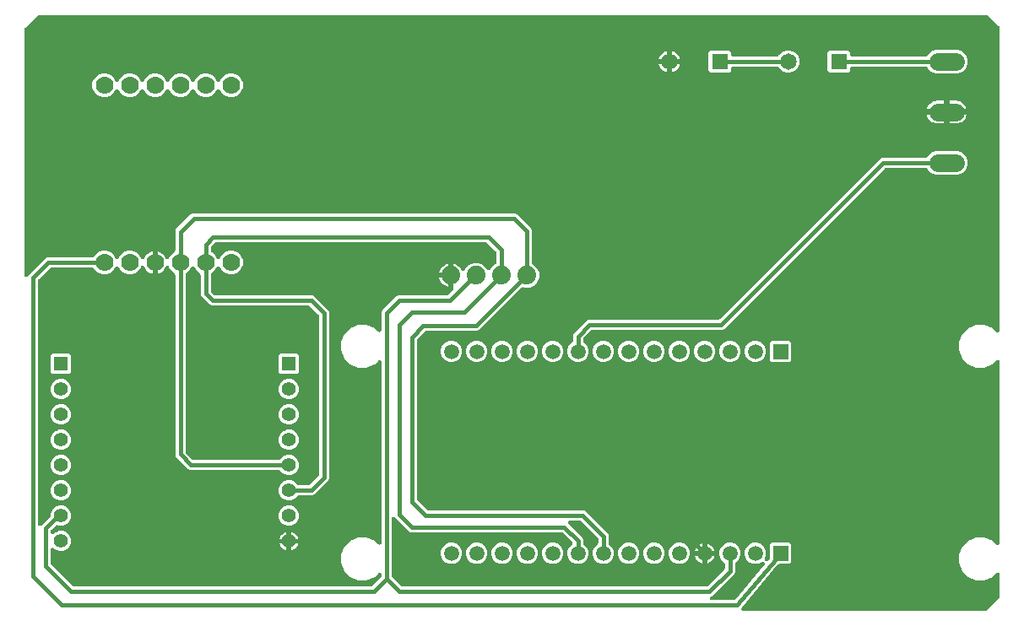
<source format=gbr>
G04 EAGLE Gerber RS-274X export*
G75*
%MOMM*%
%FSLAX34Y34*%
%LPD*%
%INTop Copper*%
%IPPOS*%
%AMOC8*
5,1,8,0,0,1.08239X$1,22.5*%
G01*
%ADD10C,1.879600*%
%ADD11C,1.778000*%
%ADD12R,1.508000X1.508000*%
%ADD13C,1.508000*%
%ADD14R,1.408000X1.408000*%
%ADD15C,1.408000*%
%ADD16R,1.650000X1.650000*%
%ADD17C,1.650000*%
%ADD18C,1.790700*%
%ADD19C,0.406400*%

G36*
X1204661Y80925D02*
X1204661Y80925D01*
X1204688Y80923D01*
X1204861Y80945D01*
X1205035Y80963D01*
X1205060Y80970D01*
X1205087Y80974D01*
X1205253Y81029D01*
X1205420Y81081D01*
X1205443Y81094D01*
X1205469Y81102D01*
X1205620Y81189D01*
X1205774Y81273D01*
X1205794Y81290D01*
X1205818Y81303D01*
X1206071Y81518D01*
X1218482Y93929D01*
X1218499Y93950D01*
X1218520Y93968D01*
X1218627Y94106D01*
X1218737Y94241D01*
X1218750Y94265D01*
X1218766Y94286D01*
X1218844Y94443D01*
X1218926Y94597D01*
X1218934Y94622D01*
X1218946Y94646D01*
X1218991Y94816D01*
X1219041Y94983D01*
X1219043Y95009D01*
X1219050Y95035D01*
X1219077Y95366D01*
X1219077Y117614D01*
X1219076Y117623D01*
X1219077Y117632D01*
X1219056Y117824D01*
X1219037Y118015D01*
X1219035Y118023D01*
X1219034Y118032D01*
X1218976Y118214D01*
X1218919Y118400D01*
X1218915Y118408D01*
X1218912Y118416D01*
X1218819Y118584D01*
X1218727Y118754D01*
X1218722Y118760D01*
X1218717Y118768D01*
X1218593Y118915D01*
X1218470Y119063D01*
X1218463Y119068D01*
X1218457Y119075D01*
X1218306Y119194D01*
X1218156Y119315D01*
X1218148Y119319D01*
X1218141Y119325D01*
X1217968Y119413D01*
X1217799Y119501D01*
X1217790Y119503D01*
X1217782Y119507D01*
X1217596Y119559D01*
X1217412Y119612D01*
X1217403Y119613D01*
X1217394Y119615D01*
X1217201Y119629D01*
X1217010Y119645D01*
X1217002Y119644D01*
X1216993Y119645D01*
X1216800Y119620D01*
X1216611Y119598D01*
X1216602Y119595D01*
X1216593Y119594D01*
X1216410Y119533D01*
X1216228Y119473D01*
X1216220Y119469D01*
X1216212Y119466D01*
X1216045Y119370D01*
X1215877Y119275D01*
X1215870Y119270D01*
X1215863Y119265D01*
X1215610Y119050D01*
X1211868Y115309D01*
X1211837Y115296D01*
X1203999Y112049D01*
X1195481Y112049D01*
X1187612Y115309D01*
X1181589Y121332D01*
X1178329Y129201D01*
X1178329Y137719D01*
X1181589Y145588D01*
X1187612Y151611D01*
X1193876Y154206D01*
X1195481Y154871D01*
X1203999Y154871D01*
X1211868Y151611D01*
X1215610Y147870D01*
X1215617Y147864D01*
X1215622Y147857D01*
X1215772Y147737D01*
X1215921Y147615D01*
X1215929Y147610D01*
X1215936Y147605D01*
X1216107Y147516D01*
X1216277Y147426D01*
X1216286Y147423D01*
X1216293Y147419D01*
X1216478Y147366D01*
X1216663Y147311D01*
X1216672Y147310D01*
X1216680Y147308D01*
X1216872Y147292D01*
X1217064Y147275D01*
X1217073Y147276D01*
X1217082Y147275D01*
X1217271Y147297D01*
X1217464Y147318D01*
X1217473Y147321D01*
X1217481Y147322D01*
X1217663Y147381D01*
X1217848Y147440D01*
X1217856Y147444D01*
X1217864Y147447D01*
X1218033Y147542D01*
X1218200Y147635D01*
X1218207Y147640D01*
X1218215Y147645D01*
X1218361Y147771D01*
X1218507Y147895D01*
X1218513Y147902D01*
X1218520Y147908D01*
X1218637Y148059D01*
X1218757Y148211D01*
X1218761Y148219D01*
X1218766Y148226D01*
X1218852Y148398D01*
X1218939Y148570D01*
X1218942Y148578D01*
X1218946Y148586D01*
X1218996Y148772D01*
X1219047Y148958D01*
X1219048Y148967D01*
X1219050Y148975D01*
X1219077Y149306D01*
X1219077Y331014D01*
X1219076Y331023D01*
X1219077Y331032D01*
X1219056Y331224D01*
X1219037Y331415D01*
X1219035Y331423D01*
X1219034Y331432D01*
X1218976Y331614D01*
X1218919Y331800D01*
X1218915Y331808D01*
X1218912Y331816D01*
X1218819Y331984D01*
X1218727Y332154D01*
X1218722Y332160D01*
X1218717Y332168D01*
X1218593Y332315D01*
X1218470Y332463D01*
X1218463Y332468D01*
X1218457Y332475D01*
X1218306Y332594D01*
X1218156Y332715D01*
X1218148Y332719D01*
X1218141Y332725D01*
X1217968Y332813D01*
X1217799Y332901D01*
X1217790Y332903D01*
X1217782Y332907D01*
X1217596Y332959D01*
X1217412Y333012D01*
X1217403Y333013D01*
X1217394Y333015D01*
X1217201Y333029D01*
X1217010Y333045D01*
X1217002Y333044D01*
X1216993Y333045D01*
X1216800Y333020D01*
X1216611Y332998D01*
X1216602Y332995D01*
X1216593Y332994D01*
X1216410Y332933D01*
X1216228Y332873D01*
X1216220Y332869D01*
X1216212Y332866D01*
X1216045Y332770D01*
X1215877Y332675D01*
X1215870Y332670D01*
X1215863Y332665D01*
X1215610Y332450D01*
X1211868Y328709D01*
X1211551Y328577D01*
X1211550Y328577D01*
X1203999Y325449D01*
X1195481Y325449D01*
X1187612Y328709D01*
X1181589Y334732D01*
X1178329Y342601D01*
X1178329Y351119D01*
X1181589Y358988D01*
X1187612Y365011D01*
X1193589Y367487D01*
X1195481Y368271D01*
X1203999Y368271D01*
X1211868Y365011D01*
X1215610Y361270D01*
X1215617Y361264D01*
X1215622Y361257D01*
X1215772Y361137D01*
X1215921Y361015D01*
X1215929Y361010D01*
X1215936Y361005D01*
X1216107Y360916D01*
X1216277Y360826D01*
X1216286Y360823D01*
X1216293Y360819D01*
X1216478Y360766D01*
X1216663Y360711D01*
X1216672Y360710D01*
X1216680Y360708D01*
X1216872Y360692D01*
X1217064Y360675D01*
X1217073Y360676D01*
X1217082Y360675D01*
X1217271Y360697D01*
X1217464Y360718D01*
X1217473Y360721D01*
X1217481Y360722D01*
X1217663Y360781D01*
X1217848Y360840D01*
X1217856Y360844D01*
X1217864Y360847D01*
X1218033Y360942D01*
X1218200Y361035D01*
X1218207Y361040D01*
X1218215Y361045D01*
X1218361Y361171D01*
X1218507Y361295D01*
X1218513Y361302D01*
X1218520Y361308D01*
X1218637Y361459D01*
X1218757Y361611D01*
X1218761Y361619D01*
X1218766Y361626D01*
X1218852Y361798D01*
X1218939Y361970D01*
X1218942Y361978D01*
X1218946Y361986D01*
X1218996Y362172D01*
X1219047Y362358D01*
X1219048Y362367D01*
X1219050Y362375D01*
X1219077Y362706D01*
X1219077Y666653D01*
X1219068Y666748D01*
X1219068Y666844D01*
X1219048Y666948D01*
X1219037Y667054D01*
X1219009Y667145D01*
X1218991Y667239D01*
X1218950Y667337D01*
X1218919Y667439D01*
X1218874Y667523D01*
X1218837Y667611D01*
X1218778Y667699D01*
X1218727Y667793D01*
X1218666Y667866D01*
X1218613Y667945D01*
X1218522Y668039D01*
X1218470Y668102D01*
X1218430Y668134D01*
X1218382Y668183D01*
X1206477Y678576D01*
X1206347Y678669D01*
X1206221Y678766D01*
X1206183Y678785D01*
X1206149Y678810D01*
X1206003Y678875D01*
X1205861Y678946D01*
X1205820Y678957D01*
X1205781Y678974D01*
X1205626Y679009D01*
X1205472Y679050D01*
X1205424Y679054D01*
X1205388Y679062D01*
X1205301Y679064D01*
X1205141Y679077D01*
X255366Y679077D01*
X255339Y679075D01*
X255312Y679077D01*
X255139Y679055D01*
X254965Y679037D01*
X254940Y679030D01*
X254913Y679026D01*
X254747Y678971D01*
X254580Y678919D01*
X254557Y678906D01*
X254531Y678898D01*
X254380Y678811D01*
X254226Y678727D01*
X254206Y678710D01*
X254182Y678697D01*
X253929Y678482D01*
X241518Y666071D01*
X241501Y666050D01*
X241480Y666032D01*
X241373Y665894D01*
X241263Y665759D01*
X241250Y665735D01*
X241234Y665714D01*
X241156Y665558D01*
X241074Y665403D01*
X241066Y665378D01*
X241054Y665354D01*
X241009Y665185D01*
X240959Y665017D01*
X240957Y664991D01*
X240950Y664965D01*
X240923Y664634D01*
X240923Y418186D01*
X240923Y418181D01*
X240923Y418177D01*
X240943Y417979D01*
X240963Y417785D01*
X240964Y417781D01*
X240964Y417776D01*
X241024Y417586D01*
X241081Y417400D01*
X241083Y417396D01*
X241084Y417392D01*
X241181Y417215D01*
X241273Y417046D01*
X241275Y417043D01*
X241278Y417039D01*
X241406Y416886D01*
X241530Y416737D01*
X241534Y416734D01*
X241537Y416731D01*
X241692Y416607D01*
X241844Y416485D01*
X241848Y416483D01*
X241852Y416480D01*
X242030Y416388D01*
X242201Y416299D01*
X242206Y416298D01*
X242210Y416296D01*
X242403Y416241D01*
X242588Y416188D01*
X242593Y416187D01*
X242597Y416186D01*
X242793Y416171D01*
X242990Y416155D01*
X242994Y416155D01*
X242998Y416155D01*
X243192Y416179D01*
X243389Y416202D01*
X243394Y416203D01*
X243398Y416204D01*
X243583Y416265D01*
X243772Y416327D01*
X243776Y416329D01*
X243780Y416330D01*
X243949Y416427D01*
X244123Y416525D01*
X244126Y416528D01*
X244130Y416530D01*
X244276Y416657D01*
X244427Y416788D01*
X244430Y416791D01*
X244434Y416794D01*
X244554Y416951D01*
X244674Y417106D01*
X244676Y417110D01*
X244679Y417113D01*
X244831Y417409D01*
X245133Y418138D01*
X261962Y434967D01*
X263829Y435741D01*
X308865Y435741D01*
X308887Y435743D01*
X308909Y435741D01*
X309087Y435763D01*
X309266Y435781D01*
X309287Y435787D01*
X309309Y435790D01*
X309479Y435846D01*
X309650Y435899D01*
X309670Y435909D01*
X309691Y435916D01*
X309847Y436005D01*
X310004Y436091D01*
X310022Y436105D01*
X310041Y436116D01*
X310176Y436234D01*
X310314Y436348D01*
X310328Y436366D01*
X310345Y436380D01*
X310453Y436522D01*
X310566Y436662D01*
X310576Y436682D01*
X310590Y436700D01*
X310742Y436995D01*
X310919Y437423D01*
X314277Y440781D01*
X318665Y442599D01*
X323415Y442599D01*
X327803Y440781D01*
X331161Y437423D01*
X331863Y435727D01*
X331868Y435720D01*
X331870Y435711D01*
X331962Y435543D01*
X332054Y435373D01*
X332059Y435366D01*
X332064Y435358D01*
X332187Y435211D01*
X332310Y435062D01*
X332317Y435057D01*
X332323Y435050D01*
X332473Y434930D01*
X332623Y434808D01*
X332631Y434804D01*
X332637Y434799D01*
X332808Y434711D01*
X332979Y434621D01*
X332988Y434619D01*
X332996Y434615D01*
X333179Y434563D01*
X333365Y434508D01*
X333375Y434508D01*
X333383Y434505D01*
X333574Y434490D01*
X333767Y434474D01*
X333776Y434475D01*
X333784Y434474D01*
X333975Y434497D01*
X334167Y434519D01*
X334175Y434522D01*
X334184Y434523D01*
X334367Y434583D01*
X334550Y434642D01*
X334558Y434646D01*
X334566Y434649D01*
X334734Y434745D01*
X334901Y434838D01*
X334908Y434844D01*
X334916Y434849D01*
X335061Y434975D01*
X335207Y435100D01*
X335213Y435107D01*
X335220Y435113D01*
X335337Y435266D01*
X335456Y435417D01*
X335460Y435425D01*
X335465Y435432D01*
X335617Y435727D01*
X336319Y437423D01*
X339677Y440781D01*
X344065Y442599D01*
X348815Y442599D01*
X353203Y440781D01*
X356561Y437423D01*
X357519Y435111D01*
X357580Y434996D01*
X357634Y434877D01*
X357675Y434819D01*
X357709Y434756D01*
X357792Y434655D01*
X357868Y434549D01*
X357920Y434501D01*
X357965Y434446D01*
X358067Y434364D01*
X358162Y434274D01*
X358223Y434237D01*
X358278Y434192D01*
X358393Y434132D01*
X358505Y434063D01*
X358572Y434038D01*
X358634Y434005D01*
X358760Y433968D01*
X358883Y433923D01*
X358953Y433912D01*
X359021Y433892D01*
X359151Y433881D01*
X359280Y433860D01*
X359351Y433863D01*
X359422Y433857D01*
X359552Y433872D01*
X359683Y433878D01*
X359752Y433895D01*
X359822Y433903D01*
X359946Y433942D01*
X360074Y433974D01*
X360138Y434004D01*
X360205Y434026D01*
X360319Y434089D01*
X360438Y434145D01*
X360495Y434187D01*
X360557Y434222D01*
X360656Y434307D01*
X360761Y434385D01*
X360809Y434438D01*
X360863Y434484D01*
X360943Y434587D01*
X361031Y434684D01*
X361074Y434754D01*
X361111Y434801D01*
X361145Y434869D01*
X361205Y434966D01*
X362063Y436651D01*
X363121Y438107D01*
X364393Y439379D01*
X365849Y440436D01*
X367452Y441253D01*
X369163Y441809D01*
X369341Y441837D01*
X369341Y431128D01*
X369342Y431110D01*
X369341Y431093D01*
X369362Y430910D01*
X369381Y430728D01*
X369386Y430711D01*
X369388Y430693D01*
X369401Y430652D01*
X369374Y430558D01*
X369372Y430540D01*
X369368Y430523D01*
X369341Y430192D01*
X369341Y419483D01*
X369163Y419511D01*
X367452Y420067D01*
X365849Y420884D01*
X364393Y421941D01*
X363121Y423213D01*
X362063Y424669D01*
X361205Y426354D01*
X361135Y426464D01*
X361072Y426578D01*
X361026Y426633D01*
X360988Y426693D01*
X360897Y426787D01*
X360813Y426887D01*
X360757Y426931D01*
X360708Y426982D01*
X360600Y427056D01*
X360498Y427138D01*
X360435Y427170D01*
X360376Y427210D01*
X360256Y427262D01*
X360140Y427322D01*
X360072Y427341D01*
X360006Y427369D01*
X359878Y427396D01*
X359752Y427431D01*
X359682Y427437D01*
X359612Y427451D01*
X359481Y427452D01*
X359351Y427462D01*
X359280Y427454D01*
X359209Y427454D01*
X359081Y427429D01*
X358951Y427414D01*
X358884Y427391D01*
X358814Y427378D01*
X358693Y427328D01*
X358569Y427287D01*
X358507Y427252D01*
X358442Y427225D01*
X358333Y427152D01*
X358219Y427088D01*
X358166Y427041D01*
X358107Y427002D01*
X358014Y426909D01*
X357916Y426823D01*
X357872Y426767D01*
X357822Y426717D01*
X357750Y426608D01*
X357670Y426504D01*
X357633Y426431D01*
X357600Y426381D01*
X357571Y426311D01*
X357519Y426209D01*
X356561Y423897D01*
X353203Y420539D01*
X348815Y418721D01*
X344065Y418721D01*
X339677Y420539D01*
X336319Y423897D01*
X335617Y425593D01*
X335612Y425600D01*
X335610Y425609D01*
X335517Y425779D01*
X335426Y425947D01*
X335421Y425954D01*
X335416Y425962D01*
X335292Y426111D01*
X335170Y426258D01*
X335163Y426263D01*
X335157Y426270D01*
X335006Y426391D01*
X334857Y426512D01*
X334850Y426516D01*
X334842Y426521D01*
X334670Y426610D01*
X334501Y426699D01*
X334492Y426701D01*
X334484Y426705D01*
X334300Y426757D01*
X334114Y426812D01*
X334105Y426812D01*
X334097Y426815D01*
X333906Y426830D01*
X333713Y426846D01*
X333704Y426845D01*
X333696Y426846D01*
X333504Y426823D01*
X333313Y426801D01*
X333305Y426798D01*
X333296Y426797D01*
X333114Y426737D01*
X332930Y426678D01*
X332922Y426674D01*
X332914Y426671D01*
X332748Y426576D01*
X332578Y426482D01*
X332572Y426476D01*
X332564Y426471D01*
X332420Y426346D01*
X332273Y426220D01*
X332267Y426213D01*
X332260Y426207D01*
X332143Y426055D01*
X332024Y425903D01*
X332020Y425895D01*
X332015Y425888D01*
X331863Y425593D01*
X331161Y423897D01*
X327803Y420539D01*
X323415Y418721D01*
X318665Y418721D01*
X314277Y420539D01*
X310919Y423897D01*
X310742Y424325D01*
X310731Y424345D01*
X310724Y424366D01*
X310636Y424522D01*
X310551Y424680D01*
X310537Y424697D01*
X310526Y424717D01*
X310409Y424852D01*
X310295Y424991D01*
X310278Y425005D01*
X310263Y425022D01*
X310122Y425131D01*
X309982Y425244D01*
X309963Y425255D01*
X309945Y425268D01*
X309784Y425348D01*
X309626Y425431D01*
X309604Y425438D01*
X309584Y425448D01*
X309411Y425494D01*
X309239Y425544D01*
X309217Y425546D01*
X309196Y425552D01*
X308865Y425579D01*
X267786Y425579D01*
X267759Y425577D01*
X267733Y425579D01*
X267559Y425557D01*
X267385Y425539D01*
X267360Y425532D01*
X267333Y425528D01*
X267167Y425473D01*
X267000Y425421D01*
X266977Y425408D01*
X266951Y425400D01*
X266800Y425313D01*
X266646Y425229D01*
X266626Y425212D01*
X266603Y425199D01*
X266350Y424984D01*
X255116Y413750D01*
X255099Y413730D01*
X255078Y413712D01*
X254971Y413574D01*
X254861Y413439D01*
X254848Y413415D01*
X254832Y413394D01*
X254754Y413237D01*
X254672Y413083D01*
X254664Y413058D01*
X254652Y413034D01*
X254607Y412864D01*
X254557Y412697D01*
X254555Y412671D01*
X254548Y412645D01*
X254521Y412314D01*
X254521Y168430D01*
X254522Y168421D01*
X254521Y168412D01*
X254542Y168220D01*
X254561Y168029D01*
X254563Y168021D01*
X254564Y168012D01*
X254622Y167828D01*
X254679Y167644D01*
X254683Y167636D01*
X254686Y167628D01*
X254779Y167460D01*
X254871Y167290D01*
X254876Y167283D01*
X254881Y167276D01*
X255006Y167128D01*
X255128Y166981D01*
X255135Y166975D01*
X255141Y166969D01*
X255293Y166849D01*
X255442Y166729D01*
X255450Y166725D01*
X255457Y166719D01*
X255629Y166632D01*
X255799Y166543D01*
X255808Y166541D01*
X255816Y166537D01*
X256002Y166485D01*
X256186Y166432D01*
X256195Y166431D01*
X256204Y166429D01*
X256396Y166415D01*
X256588Y166399D01*
X256596Y166400D01*
X256605Y166399D01*
X256798Y166424D01*
X256987Y166446D01*
X256996Y166449D01*
X257005Y166450D01*
X257188Y166511D01*
X257370Y166571D01*
X257378Y166575D01*
X257386Y166578D01*
X257552Y166673D01*
X257721Y166769D01*
X257728Y166774D01*
X257735Y166779D01*
X257988Y166994D01*
X259547Y168553D01*
X259548Y168553D01*
X266856Y175862D01*
X266873Y175882D01*
X266894Y175900D01*
X267001Y176038D01*
X267111Y176173D01*
X267124Y176197D01*
X267140Y176218D01*
X267218Y176374D01*
X267300Y176529D01*
X267308Y176554D01*
X267320Y176578D01*
X267365Y176748D01*
X267415Y176915D01*
X267417Y176941D01*
X267424Y176967D01*
X267451Y177298D01*
X267451Y178667D01*
X268987Y182375D01*
X271825Y185213D01*
X275533Y186749D01*
X279547Y186749D01*
X283255Y185213D01*
X286093Y182375D01*
X287629Y178667D01*
X287629Y174653D01*
X286093Y170945D01*
X283255Y168107D01*
X279547Y166571D01*
X275533Y166571D01*
X274244Y167105D01*
X274223Y167112D01*
X274203Y167122D01*
X274030Y167170D01*
X273858Y167222D01*
X273836Y167224D01*
X273815Y167230D01*
X273636Y167243D01*
X273458Y167260D01*
X273436Y167258D01*
X273413Y167259D01*
X273234Y167237D01*
X273057Y167218D01*
X273036Y167212D01*
X273014Y167209D01*
X272843Y167152D01*
X272673Y167098D01*
X272653Y167088D01*
X272632Y167081D01*
X272476Y166991D01*
X272320Y166905D01*
X272303Y166891D01*
X272283Y166880D01*
X272030Y166665D01*
X267816Y162450D01*
X267799Y162430D01*
X267778Y162412D01*
X267672Y162275D01*
X267561Y162139D01*
X267548Y162115D01*
X267532Y162094D01*
X267454Y161938D01*
X267372Y161783D01*
X267364Y161758D01*
X267352Y161734D01*
X267307Y161565D01*
X267257Y161397D01*
X267255Y161371D01*
X267248Y161345D01*
X267221Y161014D01*
X267221Y160112D01*
X267221Y160108D01*
X267221Y160106D01*
X267221Y160102D01*
X267221Y160094D01*
X267242Y159903D01*
X267261Y159712D01*
X267263Y159703D01*
X267264Y159694D01*
X267322Y159512D01*
X267379Y159327D01*
X267383Y159319D01*
X267386Y159310D01*
X267479Y159142D01*
X267571Y158973D01*
X267576Y158966D01*
X267581Y158958D01*
X267706Y158810D01*
X267828Y158663D01*
X267835Y158658D01*
X267841Y158651D01*
X267992Y158532D01*
X268142Y158411D01*
X268150Y158407D01*
X268157Y158401D01*
X268328Y158314D01*
X268499Y158226D01*
X268508Y158223D01*
X268516Y158219D01*
X268702Y158167D01*
X268886Y158114D01*
X268895Y158113D01*
X268904Y158111D01*
X269096Y158097D01*
X269288Y158081D01*
X269296Y158082D01*
X269305Y158082D01*
X269498Y158106D01*
X269687Y158128D01*
X269696Y158131D01*
X269705Y158132D01*
X269888Y158193D01*
X270070Y158253D01*
X270078Y158257D01*
X270086Y158260D01*
X270252Y158356D01*
X270421Y158451D01*
X270428Y158457D01*
X270435Y158461D01*
X270688Y158676D01*
X271825Y159813D01*
X273000Y160299D01*
X273000Y160300D01*
X275533Y161349D01*
X279547Y161349D01*
X283255Y159813D01*
X286093Y156975D01*
X287629Y153267D01*
X287629Y149253D01*
X286093Y145545D01*
X283255Y142707D01*
X279547Y141171D01*
X275533Y141171D01*
X271825Y142707D01*
X270688Y143844D01*
X270681Y143850D01*
X270676Y143857D01*
X270525Y143978D01*
X270377Y144099D01*
X270369Y144103D01*
X270362Y144109D01*
X270192Y144197D01*
X270021Y144288D01*
X270012Y144290D01*
X270005Y144294D01*
X269820Y144347D01*
X269635Y144403D01*
X269626Y144403D01*
X269618Y144406D01*
X269427Y144422D01*
X269234Y144439D01*
X269225Y144438D01*
X269216Y144439D01*
X269027Y144417D01*
X268834Y144396D01*
X268825Y144393D01*
X268817Y144392D01*
X268635Y144332D01*
X268450Y144274D01*
X268442Y144270D01*
X268434Y144267D01*
X268267Y144173D01*
X268098Y144079D01*
X268091Y144073D01*
X268083Y144069D01*
X267938Y143944D01*
X267791Y143819D01*
X267785Y143812D01*
X267778Y143806D01*
X267662Y143655D01*
X267541Y143503D01*
X267537Y143495D01*
X267532Y143488D01*
X267447Y143317D01*
X267359Y143144D01*
X267356Y143135D01*
X267352Y143127D01*
X267303Y142942D01*
X267251Y142756D01*
X267250Y142747D01*
X267248Y142739D01*
X267221Y142408D01*
X267221Y128806D01*
X267223Y128779D01*
X267221Y128753D01*
X267243Y128579D01*
X267261Y128405D01*
X267268Y128380D01*
X267272Y128353D01*
X267327Y128187D01*
X267379Y128020D01*
X267392Y127997D01*
X267400Y127971D01*
X267487Y127820D01*
X267571Y127666D01*
X267588Y127646D01*
X267601Y127623D01*
X267816Y127370D01*
X289050Y106136D01*
X289070Y106119D01*
X289088Y106098D01*
X289226Y105991D01*
X289361Y105881D01*
X289385Y105868D01*
X289406Y105852D01*
X289563Y105774D01*
X289717Y105692D01*
X289742Y105684D01*
X289766Y105672D01*
X289936Y105627D01*
X290103Y105577D01*
X290129Y105575D01*
X290155Y105568D01*
X290486Y105541D01*
X588444Y105541D01*
X588471Y105543D01*
X588497Y105541D01*
X588671Y105563D01*
X588845Y105581D01*
X588870Y105588D01*
X588897Y105592D01*
X589063Y105647D01*
X589230Y105699D01*
X589253Y105712D01*
X589279Y105720D01*
X589430Y105807D01*
X589584Y105891D01*
X589604Y105908D01*
X589627Y105921D01*
X589880Y106136D01*
X598414Y114670D01*
X598431Y114690D01*
X598452Y114708D01*
X598559Y114846D01*
X598669Y114981D01*
X598682Y115005D01*
X598698Y115026D01*
X598776Y115183D01*
X598858Y115337D01*
X598866Y115362D01*
X598878Y115386D01*
X598923Y115556D01*
X598973Y115723D01*
X598975Y115749D01*
X598982Y115775D01*
X599009Y116106D01*
X599009Y117346D01*
X599008Y117355D01*
X599009Y117364D01*
X598988Y117556D01*
X598969Y117747D01*
X598967Y117755D01*
X598966Y117764D01*
X598909Y117945D01*
X598851Y118132D01*
X598847Y118140D01*
X598844Y118148D01*
X598751Y118316D01*
X598659Y118486D01*
X598654Y118492D01*
X598649Y118500D01*
X598525Y118647D01*
X598402Y118795D01*
X598395Y118800D01*
X598389Y118807D01*
X598238Y118926D01*
X598088Y119047D01*
X598080Y119051D01*
X598073Y119057D01*
X597900Y119145D01*
X597731Y119233D01*
X597722Y119235D01*
X597714Y119239D01*
X597528Y119291D01*
X597344Y119344D01*
X597335Y119345D01*
X597326Y119347D01*
X597133Y119361D01*
X596942Y119377D01*
X596934Y119376D01*
X596925Y119377D01*
X596732Y119352D01*
X596543Y119330D01*
X596534Y119327D01*
X596525Y119326D01*
X596342Y119265D01*
X596160Y119205D01*
X596152Y119201D01*
X596144Y119198D01*
X595977Y119102D01*
X595809Y119007D01*
X595802Y119002D01*
X595795Y118997D01*
X595542Y118782D01*
X592068Y115309D01*
X592037Y115296D01*
X584199Y112049D01*
X575681Y112049D01*
X567812Y115309D01*
X561789Y121332D01*
X558529Y129201D01*
X558529Y137719D01*
X561789Y145588D01*
X567812Y151611D01*
X574076Y154206D01*
X575681Y154871D01*
X584199Y154871D01*
X592068Y151611D01*
X595542Y148138D01*
X595549Y148132D01*
X595554Y148125D01*
X595704Y148005D01*
X595853Y147883D01*
X595861Y147878D01*
X595868Y147873D01*
X596038Y147784D01*
X596209Y147694D01*
X596218Y147691D01*
X596225Y147687D01*
X596410Y147634D01*
X596595Y147579D01*
X596604Y147578D01*
X596612Y147576D01*
X596803Y147560D01*
X596996Y147543D01*
X597005Y147544D01*
X597014Y147543D01*
X597203Y147565D01*
X597396Y147586D01*
X597405Y147589D01*
X597413Y147590D01*
X597595Y147649D01*
X597780Y147708D01*
X597788Y147712D01*
X597796Y147715D01*
X597965Y147810D01*
X598132Y147903D01*
X598139Y147908D01*
X598147Y147913D01*
X598293Y148039D01*
X598439Y148163D01*
X598445Y148170D01*
X598452Y148176D01*
X598568Y148327D01*
X598689Y148479D01*
X598693Y148487D01*
X598698Y148494D01*
X598784Y148666D01*
X598871Y148838D01*
X598874Y148846D01*
X598878Y148854D01*
X598927Y149038D01*
X598979Y149226D01*
X598980Y149235D01*
X598982Y149243D01*
X599009Y149574D01*
X599009Y330746D01*
X599008Y330755D01*
X599009Y330764D01*
X598988Y330956D01*
X598969Y331147D01*
X598967Y331155D01*
X598966Y331164D01*
X598909Y331345D01*
X598851Y331532D01*
X598847Y331540D01*
X598844Y331548D01*
X598751Y331716D01*
X598659Y331886D01*
X598654Y331892D01*
X598649Y331900D01*
X598525Y332047D01*
X598402Y332195D01*
X598395Y332200D01*
X598389Y332207D01*
X598238Y332326D01*
X598088Y332447D01*
X598080Y332451D01*
X598073Y332457D01*
X597900Y332545D01*
X597731Y332633D01*
X597722Y332635D01*
X597714Y332639D01*
X597528Y332691D01*
X597344Y332744D01*
X597335Y332745D01*
X597326Y332747D01*
X597133Y332761D01*
X596942Y332777D01*
X596934Y332776D01*
X596925Y332777D01*
X596732Y332752D01*
X596543Y332730D01*
X596534Y332727D01*
X596525Y332726D01*
X596342Y332665D01*
X596160Y332605D01*
X596152Y332601D01*
X596144Y332598D01*
X595977Y332502D01*
X595809Y332407D01*
X595802Y332402D01*
X595795Y332397D01*
X595542Y332182D01*
X592068Y328709D01*
X591751Y328577D01*
X591750Y328577D01*
X584199Y325449D01*
X575681Y325449D01*
X567812Y328709D01*
X561789Y334732D01*
X558529Y342601D01*
X558529Y351119D01*
X561789Y358988D01*
X567812Y365011D01*
X573789Y367487D01*
X575681Y368271D01*
X584199Y368271D01*
X592068Y365011D01*
X595542Y361538D01*
X595549Y361532D01*
X595554Y361525D01*
X595704Y361405D01*
X595853Y361283D01*
X595861Y361278D01*
X595868Y361273D01*
X596038Y361184D01*
X596209Y361094D01*
X596218Y361091D01*
X596225Y361087D01*
X596410Y361034D01*
X596595Y360979D01*
X596604Y360978D01*
X596612Y360976D01*
X596803Y360960D01*
X596996Y360943D01*
X597005Y360944D01*
X597014Y360943D01*
X597203Y360965D01*
X597396Y360986D01*
X597405Y360989D01*
X597413Y360990D01*
X597595Y361049D01*
X597780Y361108D01*
X597788Y361112D01*
X597796Y361115D01*
X597965Y361210D01*
X598132Y361303D01*
X598139Y361308D01*
X598147Y361313D01*
X598293Y361439D01*
X598439Y361563D01*
X598445Y361570D01*
X598452Y361576D01*
X598569Y361727D01*
X598689Y361879D01*
X598693Y361887D01*
X598698Y361894D01*
X598784Y362066D01*
X598871Y362238D01*
X598874Y362246D01*
X598878Y362254D01*
X598928Y362440D01*
X598979Y362626D01*
X598980Y362635D01*
X598982Y362643D01*
X599009Y362974D01*
X599009Y380871D01*
X599783Y382738D01*
X613912Y396867D01*
X615779Y397641D01*
X664644Y397641D01*
X664671Y397643D01*
X664697Y397641D01*
X664871Y397663D01*
X665045Y397681D01*
X665070Y397688D01*
X665097Y397692D01*
X665263Y397747D01*
X665430Y397799D01*
X665453Y397812D01*
X665479Y397820D01*
X665630Y397907D01*
X665784Y397991D01*
X665804Y398008D01*
X665827Y398021D01*
X666080Y398236D01*
X670484Y402640D01*
X670501Y402660D01*
X670522Y402678D01*
X670629Y402816D01*
X670739Y402951D01*
X670752Y402975D01*
X670768Y402996D01*
X670846Y403153D01*
X670928Y403307D01*
X670936Y403332D01*
X670948Y403356D01*
X670993Y403526D01*
X671043Y403693D01*
X671045Y403719D01*
X671052Y403745D01*
X671079Y404076D01*
X671079Y417452D01*
X671077Y417470D01*
X671079Y417487D01*
X671058Y417670D01*
X671039Y417852D01*
X671034Y417869D01*
X671032Y417887D01*
X671007Y417965D01*
X671046Y418102D01*
X671048Y418120D01*
X671052Y418137D01*
X671079Y418468D01*
X671079Y429645D01*
X671336Y429605D01*
X673123Y429024D01*
X674797Y428171D01*
X676318Y427066D01*
X677646Y425738D01*
X678751Y424217D01*
X679127Y423479D01*
X679198Y423369D01*
X679261Y423254D01*
X679306Y423200D01*
X679345Y423140D01*
X679436Y423046D01*
X679520Y422946D01*
X679575Y422902D01*
X679625Y422851D01*
X679732Y422776D01*
X679835Y422695D01*
X679898Y422663D01*
X679956Y422622D01*
X680077Y422571D01*
X680193Y422511D01*
X680261Y422492D01*
X680326Y422464D01*
X680454Y422437D01*
X680580Y422401D01*
X680651Y422396D01*
X680720Y422381D01*
X680851Y422380D01*
X680981Y422370D01*
X681052Y422379D01*
X681123Y422378D01*
X681252Y422403D01*
X681381Y422419D01*
X681448Y422441D01*
X681518Y422455D01*
X681640Y422504D01*
X681763Y422545D01*
X681825Y422580D01*
X681891Y422607D01*
X682000Y422680D01*
X682113Y422745D01*
X682167Y422791D01*
X682226Y422831D01*
X682318Y422923D01*
X682417Y423009D01*
X682460Y423066D01*
X682510Y423116D01*
X682582Y423225D01*
X682662Y423328D01*
X682700Y423401D01*
X682733Y423451D01*
X682761Y423522D01*
X682814Y423624D01*
X683388Y425011D01*
X686889Y428512D01*
X691464Y430407D01*
X696416Y430407D01*
X700991Y428512D01*
X704492Y425011D01*
X704763Y424355D01*
X704768Y424347D01*
X704770Y424339D01*
X704862Y424170D01*
X704954Y424000D01*
X704959Y423993D01*
X704964Y423985D01*
X705089Y423836D01*
X705210Y423690D01*
X705217Y423684D01*
X705223Y423677D01*
X705373Y423557D01*
X705523Y423436D01*
X705530Y423432D01*
X705537Y423426D01*
X705707Y423339D01*
X705879Y423249D01*
X705888Y423246D01*
X705896Y423242D01*
X706078Y423191D01*
X706265Y423136D01*
X706275Y423135D01*
X706283Y423133D01*
X706473Y423118D01*
X706667Y423101D01*
X706675Y423102D01*
X706684Y423102D01*
X706874Y423125D01*
X707067Y423146D01*
X707075Y423149D01*
X707084Y423150D01*
X707265Y423210D01*
X707450Y423270D01*
X707458Y423274D01*
X707466Y423277D01*
X707634Y423372D01*
X707801Y423466D01*
X707808Y423472D01*
X707816Y423476D01*
X707962Y423603D01*
X708107Y423728D01*
X708113Y423735D01*
X708120Y423741D01*
X708236Y423892D01*
X708356Y424045D01*
X708360Y424053D01*
X708365Y424060D01*
X708517Y424355D01*
X708788Y425011D01*
X712289Y428512D01*
X713005Y428808D01*
X713025Y428819D01*
X713046Y428826D01*
X713202Y428914D01*
X713360Y428999D01*
X713377Y429013D01*
X713397Y429024D01*
X713533Y429141D01*
X713671Y429255D01*
X713685Y429272D01*
X713702Y429287D01*
X713811Y429428D01*
X713924Y429568D01*
X713935Y429587D01*
X713948Y429605D01*
X714028Y429765D01*
X714111Y429924D01*
X714118Y429945D01*
X714128Y429965D01*
X714174Y430139D01*
X714224Y430310D01*
X714226Y430333D01*
X714232Y430354D01*
X714259Y430685D01*
X714259Y440414D01*
X714257Y440441D01*
X714259Y440467D01*
X714237Y440641D01*
X714219Y440815D01*
X714212Y440840D01*
X714208Y440867D01*
X714153Y441033D01*
X714101Y441200D01*
X714088Y441223D01*
X714080Y441249D01*
X713993Y441400D01*
X713909Y441554D01*
X713892Y441574D01*
X713879Y441597D01*
X713664Y441850D01*
X705130Y450384D01*
X705110Y450401D01*
X705092Y450422D01*
X704954Y450529D01*
X704819Y450639D01*
X704795Y450652D01*
X704774Y450668D01*
X704617Y450746D01*
X704463Y450828D01*
X704438Y450836D01*
X704414Y450848D01*
X704244Y450893D01*
X704077Y450943D01*
X704051Y450945D01*
X704025Y450952D01*
X703694Y450979D01*
X432886Y450979D01*
X432859Y450977D01*
X432833Y450979D01*
X432659Y450957D01*
X432485Y450939D01*
X432460Y450932D01*
X432433Y450928D01*
X432267Y450873D01*
X432100Y450821D01*
X432077Y450808D01*
X432051Y450800D01*
X431900Y450713D01*
X431746Y450629D01*
X431726Y450612D01*
X431703Y450599D01*
X431450Y450384D01*
X428316Y447250D01*
X428299Y447230D01*
X428278Y447212D01*
X428171Y447074D01*
X428061Y446939D01*
X428048Y446915D01*
X428032Y446894D01*
X427954Y446737D01*
X427872Y446583D01*
X427864Y446558D01*
X427852Y446534D01*
X427807Y446364D01*
X427757Y446197D01*
X427755Y446171D01*
X427748Y446145D01*
X427721Y445814D01*
X427721Y442835D01*
X427723Y442813D01*
X427721Y442791D01*
X427743Y442613D01*
X427761Y442434D01*
X427767Y442413D01*
X427770Y442391D01*
X427826Y442221D01*
X427879Y442050D01*
X427889Y442030D01*
X427896Y442009D01*
X427985Y441853D01*
X428071Y441696D01*
X428085Y441678D01*
X428096Y441659D01*
X428214Y441524D01*
X428328Y441386D01*
X428346Y441372D01*
X428360Y441355D01*
X428502Y441246D01*
X428642Y441134D01*
X428662Y441124D01*
X428680Y441110D01*
X428975Y440958D01*
X429403Y440781D01*
X432761Y437423D01*
X433463Y435727D01*
X433468Y435720D01*
X433470Y435711D01*
X433563Y435542D01*
X433654Y435373D01*
X433659Y435366D01*
X433663Y435358D01*
X433788Y435210D01*
X433910Y435062D01*
X433917Y435057D01*
X433923Y435050D01*
X434074Y434929D01*
X434223Y434809D01*
X434230Y434804D01*
X434237Y434799D01*
X434410Y434710D01*
X434579Y434621D01*
X434588Y434619D01*
X434596Y434615D01*
X434781Y434562D01*
X434966Y434508D01*
X434974Y434508D01*
X434983Y434505D01*
X435174Y434490D01*
X435367Y434474D01*
X435376Y434475D01*
X435384Y434474D01*
X435577Y434497D01*
X435767Y434519D01*
X435775Y434522D01*
X435784Y434523D01*
X435969Y434584D01*
X436150Y434642D01*
X436158Y434646D01*
X436166Y434649D01*
X436334Y434745D01*
X436502Y434838D01*
X436508Y434844D01*
X436516Y434849D01*
X436660Y434974D01*
X436807Y435100D01*
X436813Y435107D01*
X436820Y435113D01*
X436936Y435264D01*
X437056Y435417D01*
X437060Y435425D01*
X437065Y435432D01*
X437217Y435727D01*
X437919Y437423D01*
X441277Y440781D01*
X445665Y442599D01*
X450415Y442599D01*
X454803Y440781D01*
X458161Y437423D01*
X459979Y433035D01*
X459979Y428285D01*
X458161Y423897D01*
X454803Y420539D01*
X450415Y418721D01*
X445665Y418721D01*
X441277Y420539D01*
X437919Y423897D01*
X437217Y425593D01*
X437212Y425600D01*
X437210Y425609D01*
X437118Y425777D01*
X437026Y425947D01*
X437021Y425954D01*
X437016Y425962D01*
X436894Y426108D01*
X436770Y426258D01*
X436763Y426263D01*
X436757Y426270D01*
X436608Y426389D01*
X436457Y426512D01*
X436449Y426516D01*
X436442Y426521D01*
X436274Y426608D01*
X436101Y426699D01*
X436092Y426701D01*
X436084Y426705D01*
X435901Y426757D01*
X435714Y426812D01*
X435705Y426812D01*
X435697Y426815D01*
X435506Y426830D01*
X435313Y426846D01*
X435304Y426845D01*
X435296Y426846D01*
X435105Y426823D01*
X434913Y426801D01*
X434905Y426798D01*
X434896Y426797D01*
X434715Y426738D01*
X434530Y426678D01*
X434522Y426674D01*
X434514Y426671D01*
X434347Y426576D01*
X434178Y426482D01*
X434172Y426476D01*
X434164Y426471D01*
X434018Y426344D01*
X433873Y426220D01*
X433867Y426213D01*
X433860Y426207D01*
X433744Y426055D01*
X433624Y425903D01*
X433620Y425895D01*
X433615Y425888D01*
X433463Y425593D01*
X432761Y423897D01*
X429403Y420539D01*
X428975Y420362D01*
X428955Y420351D01*
X428934Y420344D01*
X428778Y420256D01*
X428620Y420171D01*
X428603Y420157D01*
X428583Y420146D01*
X428448Y420029D01*
X428309Y419915D01*
X428295Y419898D01*
X428278Y419883D01*
X428169Y419742D01*
X428056Y419602D01*
X428045Y419583D01*
X428032Y419565D01*
X427952Y419404D01*
X427869Y419246D01*
X427862Y419224D01*
X427852Y419204D01*
X427806Y419031D01*
X427756Y418859D01*
X427754Y418837D01*
X427748Y418816D01*
X427721Y418485D01*
X427721Y402806D01*
X427723Y402779D01*
X427721Y402753D01*
X427743Y402579D01*
X427761Y402405D01*
X427768Y402380D01*
X427772Y402353D01*
X427827Y402187D01*
X427879Y402020D01*
X427892Y401997D01*
X427900Y401971D01*
X427987Y401820D01*
X428071Y401666D01*
X428088Y401646D01*
X428101Y401623D01*
X428316Y401370D01*
X431450Y398236D01*
X431470Y398219D01*
X431488Y398198D01*
X431626Y398091D01*
X431761Y397981D01*
X431785Y397968D01*
X431806Y397952D01*
X431963Y397874D01*
X432117Y397792D01*
X432142Y397784D01*
X432166Y397772D01*
X432336Y397727D01*
X432503Y397677D01*
X432529Y397675D01*
X432555Y397668D01*
X432886Y397641D01*
X529851Y397641D01*
X531718Y396867D01*
X545847Y382738D01*
X546621Y380871D01*
X546621Y213749D01*
X545847Y211882D01*
X531718Y197753D01*
X529851Y196979D01*
X516168Y196979D01*
X516142Y196977D01*
X516115Y196979D01*
X515941Y196957D01*
X515768Y196939D01*
X515742Y196932D01*
X515716Y196928D01*
X515550Y196873D01*
X515383Y196821D01*
X515359Y196808D01*
X515334Y196800D01*
X515182Y196713D01*
X515029Y196629D01*
X515008Y196612D01*
X514985Y196599D01*
X514732Y196384D01*
X511855Y193507D01*
X508147Y191971D01*
X504133Y191971D01*
X500425Y193507D01*
X497587Y196345D01*
X496051Y200053D01*
X496051Y204067D01*
X497587Y207775D01*
X500425Y210613D01*
X504133Y212149D01*
X508147Y212149D01*
X511855Y210613D01*
X514732Y207736D01*
X514753Y207719D01*
X514770Y207698D01*
X514908Y207591D01*
X515043Y207481D01*
X515067Y207468D01*
X515088Y207452D01*
X515245Y207374D01*
X515399Y207292D01*
X515425Y207284D01*
X515449Y207272D01*
X515618Y207227D01*
X515785Y207177D01*
X515812Y207175D01*
X515838Y207168D01*
X516168Y207141D01*
X525894Y207141D01*
X525921Y207143D01*
X525947Y207141D01*
X526121Y207163D01*
X526295Y207181D01*
X526320Y207188D01*
X526347Y207192D01*
X526513Y207247D01*
X526680Y207299D01*
X526703Y207312D01*
X526729Y207320D01*
X526880Y207407D01*
X527034Y207491D01*
X527054Y207508D01*
X527077Y207521D01*
X527330Y207736D01*
X535864Y216270D01*
X535881Y216290D01*
X535902Y216308D01*
X536009Y216446D01*
X536119Y216581D01*
X536132Y216605D01*
X536148Y216626D01*
X536226Y216783D01*
X536308Y216937D01*
X536316Y216962D01*
X536328Y216986D01*
X536373Y217156D01*
X536423Y217323D01*
X536425Y217349D01*
X536432Y217375D01*
X536459Y217706D01*
X536459Y376914D01*
X536457Y376941D01*
X536459Y376967D01*
X536437Y377141D01*
X536419Y377315D01*
X536412Y377340D01*
X536408Y377367D01*
X536353Y377533D01*
X536301Y377700D01*
X536288Y377723D01*
X536280Y377749D01*
X536193Y377900D01*
X536109Y378054D01*
X536092Y378074D01*
X536079Y378097D01*
X535864Y378350D01*
X527330Y386884D01*
X527310Y386901D01*
X527292Y386922D01*
X527154Y387029D01*
X527019Y387139D01*
X526995Y387152D01*
X526974Y387168D01*
X526817Y387246D01*
X526663Y387328D01*
X526638Y387336D01*
X526614Y387348D01*
X526444Y387393D01*
X526277Y387443D01*
X526251Y387445D01*
X526225Y387452D01*
X525894Y387479D01*
X428929Y387479D01*
X427062Y388253D01*
X418333Y396982D01*
X417559Y398849D01*
X417559Y418485D01*
X417557Y418507D01*
X417559Y418529D01*
X417537Y418707D01*
X417519Y418886D01*
X417513Y418907D01*
X417510Y418929D01*
X417454Y419099D01*
X417401Y419270D01*
X417391Y419290D01*
X417384Y419311D01*
X417295Y419467D01*
X417209Y419624D01*
X417195Y419642D01*
X417184Y419661D01*
X417066Y419796D01*
X416952Y419934D01*
X416934Y419948D01*
X416920Y419965D01*
X416778Y420074D01*
X416638Y420186D01*
X416618Y420196D01*
X416600Y420210D01*
X416305Y420362D01*
X415877Y420539D01*
X412519Y423897D01*
X411817Y425593D01*
X411812Y425600D01*
X411810Y425609D01*
X411718Y425777D01*
X411626Y425947D01*
X411621Y425954D01*
X411616Y425962D01*
X411494Y426108D01*
X411370Y426258D01*
X411363Y426263D01*
X411357Y426270D01*
X411208Y426389D01*
X411057Y426512D01*
X411049Y426516D01*
X411042Y426521D01*
X410874Y426608D01*
X410701Y426699D01*
X410692Y426701D01*
X410684Y426705D01*
X410501Y426757D01*
X410314Y426812D01*
X410305Y426812D01*
X410297Y426815D01*
X410106Y426830D01*
X409913Y426846D01*
X409904Y426845D01*
X409896Y426846D01*
X409705Y426823D01*
X409513Y426801D01*
X409505Y426798D01*
X409496Y426797D01*
X409315Y426738D01*
X409130Y426678D01*
X409122Y426674D01*
X409114Y426671D01*
X408947Y426576D01*
X408778Y426482D01*
X408772Y426476D01*
X408764Y426471D01*
X408618Y426344D01*
X408473Y426220D01*
X408467Y426213D01*
X408460Y426207D01*
X408344Y426055D01*
X408224Y425903D01*
X408220Y425895D01*
X408215Y425888D01*
X408063Y425593D01*
X407361Y423897D01*
X404003Y420539D01*
X403575Y420362D01*
X403555Y420351D01*
X403534Y420344D01*
X403378Y420256D01*
X403220Y420171D01*
X403203Y420157D01*
X403183Y420146D01*
X403048Y420029D01*
X402909Y419915D01*
X402895Y419898D01*
X402878Y419883D01*
X402769Y419742D01*
X402656Y419602D01*
X402645Y419583D01*
X402632Y419565D01*
X402552Y419404D01*
X402469Y419246D01*
X402462Y419224D01*
X402452Y419204D01*
X402406Y419031D01*
X402356Y418859D01*
X402354Y418837D01*
X402348Y418816D01*
X402321Y418485D01*
X402321Y241356D01*
X402323Y241329D01*
X402321Y241303D01*
X402343Y241129D01*
X402361Y240955D01*
X402368Y240930D01*
X402372Y240903D01*
X402427Y240737D01*
X402479Y240570D01*
X402492Y240547D01*
X402500Y240521D01*
X402587Y240370D01*
X402671Y240216D01*
X402688Y240196D01*
X402701Y240173D01*
X402916Y239920D01*
X409700Y233136D01*
X409720Y233119D01*
X409738Y233098D01*
X409876Y232991D01*
X410011Y232881D01*
X410035Y232868D01*
X410056Y232852D01*
X410213Y232774D01*
X410367Y232692D01*
X410392Y232684D01*
X410416Y232672D01*
X410586Y232627D01*
X410753Y232577D01*
X410779Y232575D01*
X410805Y232568D01*
X411136Y232541D01*
X496112Y232541D01*
X496138Y232543D01*
X496165Y232541D01*
X496339Y232563D01*
X496512Y232581D01*
X496538Y232588D01*
X496565Y232592D01*
X496730Y232648D01*
X496897Y232699D01*
X496921Y232712D01*
X496946Y232720D01*
X497098Y232807D01*
X497251Y232891D01*
X497272Y232908D01*
X497295Y232921D01*
X497548Y233136D01*
X500425Y236013D01*
X503984Y237487D01*
X504133Y237549D01*
X508147Y237549D01*
X511855Y236013D01*
X514693Y233175D01*
X516229Y229467D01*
X516229Y225453D01*
X514693Y221745D01*
X511855Y218907D01*
X508147Y217371D01*
X504133Y217371D01*
X500425Y218907D01*
X497548Y221784D01*
X497527Y221801D01*
X497510Y221822D01*
X497372Y221929D01*
X497237Y222039D01*
X497213Y222052D01*
X497192Y222068D01*
X497035Y222146D01*
X496881Y222228D01*
X496855Y222236D01*
X496831Y222248D01*
X496662Y222293D01*
X496495Y222343D01*
X496468Y222345D01*
X496442Y222352D01*
X496112Y222379D01*
X407179Y222379D01*
X405312Y223153D01*
X392933Y235532D01*
X392159Y237399D01*
X392159Y418485D01*
X392157Y418507D01*
X392159Y418529D01*
X392137Y418707D01*
X392119Y418886D01*
X392113Y418907D01*
X392110Y418929D01*
X392054Y419099D01*
X392001Y419270D01*
X391991Y419290D01*
X391984Y419311D01*
X391895Y419467D01*
X391809Y419624D01*
X391795Y419642D01*
X391784Y419661D01*
X391666Y419796D01*
X391552Y419934D01*
X391534Y419948D01*
X391520Y419965D01*
X391378Y420074D01*
X391238Y420186D01*
X391218Y420196D01*
X391200Y420210D01*
X390905Y420362D01*
X390477Y420539D01*
X387119Y423897D01*
X386161Y426209D01*
X386100Y426324D01*
X386046Y426443D01*
X386005Y426501D01*
X385971Y426564D01*
X385888Y426665D01*
X385812Y426771D01*
X385760Y426819D01*
X385715Y426874D01*
X385613Y426956D01*
X385518Y427046D01*
X385457Y427083D01*
X385402Y427128D01*
X385287Y427188D01*
X385175Y427257D01*
X385108Y427282D01*
X385046Y427315D01*
X384920Y427352D01*
X384797Y427397D01*
X384727Y427408D01*
X384659Y427428D01*
X384529Y427439D01*
X384400Y427460D01*
X384329Y427457D01*
X384258Y427463D01*
X384128Y427448D01*
X383997Y427442D01*
X383928Y427425D01*
X383858Y427417D01*
X383734Y427378D01*
X383606Y427346D01*
X383542Y427316D01*
X383475Y427294D01*
X383361Y427231D01*
X383242Y427175D01*
X383185Y427133D01*
X383123Y427098D01*
X383024Y427013D01*
X382919Y426935D01*
X382871Y426882D01*
X382817Y426836D01*
X382737Y426733D01*
X382649Y426636D01*
X382606Y426566D01*
X382569Y426519D01*
X382535Y426451D01*
X382475Y426354D01*
X381617Y424669D01*
X380559Y423213D01*
X379287Y421941D01*
X377831Y420884D01*
X376228Y420067D01*
X374517Y419511D01*
X374339Y419483D01*
X374339Y430192D01*
X374337Y430210D01*
X374339Y430227D01*
X374318Y430409D01*
X374299Y430592D01*
X374294Y430609D01*
X374292Y430627D01*
X374279Y430668D01*
X374306Y430762D01*
X374308Y430780D01*
X374312Y430797D01*
X374339Y431128D01*
X374339Y441837D01*
X374517Y441809D01*
X376228Y441253D01*
X377831Y440436D01*
X379287Y439379D01*
X380559Y438107D01*
X381617Y436651D01*
X382475Y434966D01*
X382545Y434856D01*
X382608Y434742D01*
X382654Y434687D01*
X382692Y434627D01*
X382783Y434533D01*
X382867Y434433D01*
X382923Y434389D01*
X382972Y434338D01*
X383080Y434264D01*
X383182Y434182D01*
X383245Y434150D01*
X383304Y434110D01*
X383424Y434058D01*
X383540Y433998D01*
X383608Y433979D01*
X383674Y433951D01*
X383802Y433924D01*
X383928Y433889D01*
X383998Y433883D01*
X384068Y433869D01*
X384199Y433868D01*
X384329Y433858D01*
X384400Y433866D01*
X384471Y433866D01*
X384599Y433891D01*
X384729Y433906D01*
X384796Y433929D01*
X384866Y433942D01*
X384987Y433992D01*
X385111Y434033D01*
X385173Y434068D01*
X385238Y434095D01*
X385347Y434168D01*
X385461Y434232D01*
X385514Y434279D01*
X385573Y434318D01*
X385666Y434411D01*
X385764Y434497D01*
X385808Y434553D01*
X385858Y434603D01*
X385930Y434712D01*
X386010Y434816D01*
X386047Y434889D01*
X386080Y434939D01*
X386109Y435009D01*
X386161Y435111D01*
X387119Y437423D01*
X390477Y440781D01*
X390905Y440958D01*
X390925Y440969D01*
X390946Y440976D01*
X391102Y441064D01*
X391260Y441149D01*
X391277Y441163D01*
X391297Y441174D01*
X391432Y441291D01*
X391571Y441405D01*
X391585Y441422D01*
X391602Y441437D01*
X391711Y441578D01*
X391824Y441718D01*
X391835Y441737D01*
X391848Y441755D01*
X391928Y441916D01*
X392011Y442074D01*
X392018Y442096D01*
X392028Y442116D01*
X392074Y442289D01*
X392124Y442461D01*
X392126Y442483D01*
X392132Y442504D01*
X392159Y442835D01*
X392159Y462471D01*
X392933Y464338D01*
X408012Y479417D01*
X409879Y480191D01*
X733051Y480191D01*
X734918Y479417D01*
X749047Y465288D01*
X749821Y463421D01*
X749821Y430685D01*
X749823Y430663D01*
X749821Y430641D01*
X749843Y430463D01*
X749861Y430284D01*
X749867Y430263D01*
X749870Y430241D01*
X749926Y430071D01*
X749979Y429899D01*
X749989Y429880D01*
X749996Y429859D01*
X750085Y429703D01*
X750171Y429545D01*
X750185Y429528D01*
X750196Y429509D01*
X750314Y429374D01*
X750428Y429236D01*
X750446Y429222D01*
X750460Y429205D01*
X750602Y429096D01*
X750742Y428984D01*
X750762Y428974D01*
X750780Y428960D01*
X751075Y428808D01*
X751791Y428512D01*
X755292Y425011D01*
X757187Y420436D01*
X757187Y415484D01*
X755292Y410909D01*
X751791Y407408D01*
X747823Y405765D01*
X747216Y405513D01*
X742264Y405513D01*
X741548Y405810D01*
X741527Y405816D01*
X741507Y405826D01*
X741334Y405874D01*
X741163Y405926D01*
X741141Y405928D01*
X741119Y405934D01*
X740940Y405948D01*
X740762Y405964D01*
X740740Y405962D01*
X740718Y405964D01*
X740539Y405941D01*
X740362Y405923D01*
X740340Y405916D01*
X740318Y405913D01*
X740149Y405856D01*
X739977Y405803D01*
X739958Y405792D01*
X739937Y405785D01*
X739781Y405696D01*
X739624Y405610D01*
X739607Y405595D01*
X739588Y405584D01*
X739335Y405369D01*
X698533Y364568D01*
X696818Y362853D01*
X694951Y362079D01*
X643866Y362079D01*
X643839Y362077D01*
X643813Y362079D01*
X643639Y362057D01*
X643465Y362039D01*
X643440Y362032D01*
X643413Y362028D01*
X643247Y361973D01*
X643080Y361921D01*
X643057Y361908D01*
X643031Y361900D01*
X642880Y361813D01*
X642726Y361729D01*
X642706Y361712D01*
X642683Y361699D01*
X642430Y361484D01*
X635166Y354220D01*
X635149Y354200D01*
X635128Y354182D01*
X635021Y354044D01*
X634911Y353909D01*
X634898Y353885D01*
X634882Y353864D01*
X634804Y353707D01*
X634722Y353553D01*
X634714Y353528D01*
X634702Y353504D01*
X634657Y353334D01*
X634607Y353167D01*
X634605Y353141D01*
X634598Y353115D01*
X634571Y352784D01*
X634571Y193576D01*
X634573Y193549D01*
X634571Y193523D01*
X634593Y193349D01*
X634611Y193175D01*
X634618Y193150D01*
X634622Y193123D01*
X634678Y192957D01*
X634729Y192790D01*
X634742Y192767D01*
X634750Y192741D01*
X634837Y192590D01*
X634921Y192436D01*
X634938Y192416D01*
X634951Y192393D01*
X635166Y192140D01*
X644970Y182336D01*
X644990Y182319D01*
X645008Y182298D01*
X645146Y182191D01*
X645281Y182081D01*
X645305Y182068D01*
X645326Y182052D01*
X645483Y181974D01*
X645637Y181892D01*
X645662Y181884D01*
X645686Y181872D01*
X645856Y181827D01*
X646023Y181777D01*
X646049Y181775D01*
X646075Y181768D01*
X646406Y181741D01*
X801951Y181741D01*
X803818Y180967D01*
X825821Y158964D01*
X826595Y157097D01*
X826595Y149528D01*
X826597Y149506D01*
X826595Y149484D01*
X826617Y149305D01*
X826635Y149127D01*
X826641Y149106D01*
X826644Y149084D01*
X826700Y148914D01*
X826753Y148742D01*
X826763Y148723D01*
X826770Y148702D01*
X826859Y148546D01*
X826945Y148388D01*
X826959Y148371D01*
X826970Y148352D01*
X827087Y148217D01*
X827202Y148079D01*
X827220Y148065D01*
X827234Y148048D01*
X827321Y147981D01*
X830491Y144812D01*
X832103Y140920D01*
X832103Y136708D01*
X830491Y132816D01*
X827512Y129837D01*
X823620Y128225D01*
X819408Y128225D01*
X815516Y129837D01*
X812537Y132816D01*
X810925Y136708D01*
X810925Y140920D01*
X812537Y144812D01*
X815721Y147996D01*
X815845Y148098D01*
X815859Y148115D01*
X815876Y148130D01*
X815985Y148271D01*
X816098Y148411D01*
X816109Y148430D01*
X816122Y148448D01*
X816202Y148608D01*
X816285Y148767D01*
X816292Y148788D01*
X816302Y148808D01*
X816348Y148982D01*
X816398Y149154D01*
X816400Y149176D01*
X816406Y149197D01*
X816433Y149528D01*
X816433Y153140D01*
X816431Y153167D01*
X816433Y153193D01*
X816411Y153367D01*
X816393Y153541D01*
X816386Y153566D01*
X816382Y153593D01*
X816327Y153759D01*
X816275Y153926D01*
X816262Y153949D01*
X816254Y153975D01*
X816167Y154126D01*
X816083Y154280D01*
X816066Y154300D01*
X816053Y154323D01*
X815838Y154576D01*
X799430Y170984D01*
X799410Y171001D01*
X799392Y171022D01*
X799254Y171129D01*
X799119Y171239D01*
X799095Y171252D01*
X799074Y171268D01*
X798917Y171346D01*
X798763Y171428D01*
X798738Y171436D01*
X798714Y171448D01*
X798544Y171493D01*
X798377Y171543D01*
X798351Y171545D01*
X798325Y171552D01*
X797994Y171579D01*
X788138Y171579D01*
X788129Y171578D01*
X788120Y171579D01*
X787927Y171558D01*
X787737Y171539D01*
X787729Y171537D01*
X787720Y171536D01*
X787536Y171478D01*
X787352Y171421D01*
X787344Y171417D01*
X787336Y171414D01*
X787168Y171322D01*
X786998Y171229D01*
X786991Y171224D01*
X786984Y171219D01*
X786837Y171095D01*
X786689Y170972D01*
X786683Y170965D01*
X786677Y170959D01*
X786557Y170807D01*
X786437Y170658D01*
X786433Y170650D01*
X786427Y170643D01*
X786339Y170470D01*
X786251Y170301D01*
X786249Y170292D01*
X786245Y170284D01*
X786193Y170098D01*
X786140Y169914D01*
X786139Y169905D01*
X786137Y169896D01*
X786123Y169703D01*
X786107Y169512D01*
X786108Y169504D01*
X786107Y169495D01*
X786132Y169302D01*
X786154Y169113D01*
X786157Y169104D01*
X786158Y169095D01*
X786219Y168912D01*
X786279Y168730D01*
X786283Y168722D01*
X786286Y168714D01*
X786382Y168547D01*
X786477Y168379D01*
X786482Y168372D01*
X786487Y168365D01*
X786702Y168112D01*
X800421Y154392D01*
X801195Y152525D01*
X801195Y149528D01*
X801197Y149506D01*
X801195Y149484D01*
X801217Y149305D01*
X801235Y149127D01*
X801241Y149106D01*
X801244Y149084D01*
X801300Y148914D01*
X801353Y148742D01*
X801363Y148723D01*
X801370Y148702D01*
X801459Y148546D01*
X801545Y148388D01*
X801559Y148371D01*
X801570Y148352D01*
X801687Y148217D01*
X801802Y148079D01*
X801820Y148065D01*
X801834Y148048D01*
X801921Y147981D01*
X805091Y144812D01*
X806703Y140920D01*
X806703Y136708D01*
X805091Y132816D01*
X802112Y129837D01*
X798220Y128225D01*
X794008Y128225D01*
X790116Y129837D01*
X787137Y132816D01*
X785525Y136708D01*
X785525Y140920D01*
X787137Y144812D01*
X789948Y147622D01*
X789959Y147636D01*
X789973Y147648D01*
X790087Y147792D01*
X790203Y147934D01*
X790211Y147950D01*
X790222Y147964D01*
X790305Y148127D01*
X790391Y148290D01*
X790396Y148307D01*
X790405Y148323D01*
X790454Y148500D01*
X790506Y148676D01*
X790508Y148693D01*
X790513Y148711D01*
X790526Y148894D01*
X790543Y149076D01*
X790541Y149094D01*
X790542Y149112D01*
X790519Y149294D01*
X790499Y149477D01*
X790494Y149494D01*
X790492Y149512D01*
X790433Y149685D01*
X790378Y149861D01*
X790369Y149876D01*
X790363Y149893D01*
X790271Y150053D01*
X790183Y150213D01*
X790171Y150226D01*
X790162Y150242D01*
X789948Y150495D01*
X780888Y159554D01*
X780871Y159568D01*
X780858Y159584D01*
X780855Y159586D01*
X780850Y159592D01*
X780712Y159699D01*
X780577Y159809D01*
X780553Y159822D01*
X780532Y159838D01*
X780375Y159916D01*
X780221Y159998D01*
X780196Y160006D01*
X780172Y160018D01*
X780002Y160063D01*
X779835Y160113D01*
X779809Y160115D01*
X779783Y160122D01*
X779452Y160149D01*
X628479Y160149D01*
X626612Y160923D01*
X614198Y173337D01*
X614197Y173337D01*
X612638Y174896D01*
X612631Y174902D01*
X612626Y174909D01*
X612475Y175030D01*
X612327Y175152D01*
X612319Y175156D01*
X612312Y175161D01*
X612142Y175250D01*
X611971Y175340D01*
X611962Y175343D01*
X611955Y175347D01*
X611770Y175400D01*
X611585Y175455D01*
X611576Y175456D01*
X611568Y175458D01*
X611377Y175474D01*
X611184Y175491D01*
X611175Y175490D01*
X611166Y175491D01*
X610977Y175469D01*
X610784Y175448D01*
X610775Y175445D01*
X610767Y175444D01*
X610585Y175385D01*
X610400Y175326D01*
X610392Y175322D01*
X610384Y175319D01*
X610217Y175225D01*
X610048Y175132D01*
X610041Y175126D01*
X610033Y175121D01*
X609888Y174996D01*
X609741Y174871D01*
X609735Y174864D01*
X609728Y174858D01*
X609612Y174708D01*
X609491Y174555D01*
X609487Y174547D01*
X609482Y174540D01*
X609397Y174370D01*
X609309Y174196D01*
X609306Y174188D01*
X609302Y174180D01*
X609253Y173994D01*
X609201Y173808D01*
X609200Y173799D01*
X609198Y173791D01*
X609171Y173460D01*
X609171Y116106D01*
X609173Y116079D01*
X609171Y116053D01*
X609193Y115879D01*
X609211Y115705D01*
X609218Y115680D01*
X609222Y115653D01*
X609277Y115487D01*
X609329Y115320D01*
X609342Y115297D01*
X609350Y115271D01*
X609437Y115120D01*
X609521Y114966D01*
X609538Y114946D01*
X609551Y114923D01*
X609766Y114670D01*
X618300Y106136D01*
X618320Y106119D01*
X618338Y106098D01*
X618476Y105991D01*
X618611Y105881D01*
X618635Y105868D01*
X618656Y105852D01*
X618813Y105774D01*
X618967Y105692D01*
X618992Y105684D01*
X619016Y105672D01*
X619186Y105627D01*
X619353Y105577D01*
X619379Y105575D01*
X619405Y105568D01*
X619736Y105541D01*
X924994Y105541D01*
X925021Y105543D01*
X925047Y105541D01*
X925221Y105563D01*
X925395Y105581D01*
X925420Y105588D01*
X925447Y105592D01*
X925613Y105647D01*
X925780Y105699D01*
X925803Y105712D01*
X925829Y105720D01*
X925980Y105807D01*
X926134Y105891D01*
X926154Y105908D01*
X926177Y105921D01*
X926430Y106136D01*
X942838Y122544D01*
X942855Y122564D01*
X942876Y122582D01*
X942983Y122720D01*
X943093Y122855D01*
X943106Y122879D01*
X943122Y122900D01*
X943200Y123057D01*
X943282Y123211D01*
X943290Y123236D01*
X943302Y123260D01*
X943347Y123430D01*
X943397Y123597D01*
X943399Y123623D01*
X943406Y123649D01*
X943433Y123980D01*
X943433Y128100D01*
X943431Y128123D01*
X943433Y128146D01*
X943411Y128323D01*
X943393Y128501D01*
X943387Y128523D01*
X943384Y128545D01*
X943328Y128715D01*
X943275Y128886D01*
X943264Y128906D01*
X943257Y128928D01*
X943168Y129083D01*
X943083Y129240D01*
X943069Y129257D01*
X943057Y129277D01*
X942940Y129412D01*
X942826Y129549D01*
X942808Y129563D01*
X942793Y129581D01*
X942706Y129647D01*
X939537Y132816D01*
X937925Y136708D01*
X937925Y140920D01*
X939537Y144812D01*
X942516Y147791D01*
X946408Y149403D01*
X950620Y149403D01*
X954512Y147791D01*
X957491Y144812D01*
X959103Y140920D01*
X959103Y136708D01*
X957491Y132816D01*
X954307Y129632D01*
X954184Y129531D01*
X954170Y129513D01*
X954152Y129498D01*
X954044Y129358D01*
X953930Y129219D01*
X953920Y129198D01*
X953906Y129180D01*
X953826Y129020D01*
X953743Y128862D01*
X953737Y128840D01*
X953726Y128820D01*
X953680Y128646D01*
X953630Y128476D01*
X953628Y128453D01*
X953622Y128431D01*
X953595Y128100D01*
X953595Y120023D01*
X952821Y118156D01*
X930818Y96153D01*
X929804Y95733D01*
X929800Y95730D01*
X929795Y95729D01*
X929624Y95636D01*
X929449Y95542D01*
X929445Y95540D01*
X929441Y95537D01*
X929291Y95412D01*
X929138Y95286D01*
X929136Y95283D01*
X929132Y95280D01*
X929009Y95127D01*
X928885Y94973D01*
X928883Y94969D01*
X928880Y94966D01*
X928789Y94792D01*
X928698Y94617D01*
X928696Y94613D01*
X928694Y94609D01*
X928640Y94421D01*
X928585Y94230D01*
X928584Y94226D01*
X928583Y94222D01*
X928567Y94024D01*
X928550Y93829D01*
X928550Y93825D01*
X928550Y93820D01*
X928573Y93626D01*
X928595Y93429D01*
X928596Y93425D01*
X928597Y93421D01*
X928657Y93235D01*
X928718Y93046D01*
X928720Y93042D01*
X928722Y93038D01*
X928819Y92866D01*
X928915Y92694D01*
X928918Y92691D01*
X928920Y92687D01*
X929049Y92538D01*
X929176Y92389D01*
X929180Y92386D01*
X929183Y92382D01*
X929338Y92262D01*
X929493Y92140D01*
X929497Y92138D01*
X929501Y92136D01*
X929679Y92047D01*
X929853Y91960D01*
X929857Y91958D01*
X929861Y91956D01*
X930053Y91905D01*
X930241Y91853D01*
X930246Y91853D01*
X930250Y91852D01*
X930581Y91825D01*
X952551Y91825D01*
X952669Y91836D01*
X952787Y91838D01*
X952869Y91856D01*
X952952Y91865D01*
X953065Y91899D01*
X953180Y91925D01*
X953257Y91958D01*
X953337Y91983D01*
X953441Y92039D01*
X953549Y92087D01*
X953617Y92135D01*
X953691Y92175D01*
X953781Y92250D01*
X953878Y92318D01*
X953947Y92388D01*
X954000Y92432D01*
X954043Y92485D01*
X954111Y92555D01*
X983018Y127210D01*
X983080Y127301D01*
X983150Y127387D01*
X983193Y127468D01*
X983244Y127543D01*
X983287Y127645D01*
X983339Y127742D01*
X983365Y127830D01*
X983400Y127915D01*
X983422Y128023D01*
X983453Y128128D01*
X983462Y128219D01*
X983480Y128309D01*
X983480Y128420D01*
X983490Y128529D01*
X983480Y128620D01*
X983480Y128712D01*
X983458Y128820D01*
X983446Y128929D01*
X983419Y129017D01*
X983401Y129107D01*
X983358Y129208D01*
X983325Y129313D01*
X983280Y129393D01*
X983245Y129478D01*
X983183Y129569D01*
X983130Y129666D01*
X983071Y129735D01*
X983019Y129811D01*
X982941Y129889D01*
X982869Y129973D01*
X982797Y130029D01*
X982732Y130094D01*
X982640Y130154D01*
X982554Y130222D01*
X982472Y130264D01*
X982395Y130314D01*
X982293Y130355D01*
X982195Y130404D01*
X982106Y130429D01*
X982021Y130463D01*
X981913Y130483D01*
X981807Y130512D01*
X981715Y130519D01*
X981625Y130536D01*
X981515Y130534D01*
X981405Y130542D01*
X981314Y130530D01*
X981223Y130529D01*
X981115Y130505D01*
X981006Y130491D01*
X980919Y130462D01*
X980829Y130443D01*
X980729Y130398D01*
X980624Y130363D01*
X980545Y130317D01*
X980461Y130281D01*
X980371Y130217D01*
X980275Y130162D01*
X980192Y130092D01*
X980131Y130049D01*
X980079Y129996D01*
X980022Y129948D01*
X979912Y129837D01*
X976020Y128225D01*
X971808Y128225D01*
X967916Y129837D01*
X964937Y132816D01*
X963325Y136708D01*
X963325Y140920D01*
X964937Y144812D01*
X967916Y147791D01*
X971808Y149403D01*
X976020Y149403D01*
X979912Y147791D01*
X982891Y144812D01*
X984503Y140920D01*
X984503Y136708D01*
X983252Y133688D01*
X983224Y133596D01*
X983187Y133508D01*
X983166Y133404D01*
X983136Y133303D01*
X983127Y133207D01*
X983108Y133113D01*
X983107Y133007D01*
X983097Y132902D01*
X983107Y132807D01*
X983107Y132710D01*
X983128Y132607D01*
X983139Y132502D01*
X983168Y132410D01*
X983187Y132316D01*
X983227Y132218D01*
X983259Y132117D01*
X983305Y132033D01*
X983342Y131944D01*
X983401Y131857D01*
X983452Y131764D01*
X983514Y131690D01*
X983568Y131611D01*
X983643Y131537D01*
X983711Y131456D01*
X983787Y131396D01*
X983855Y131329D01*
X983944Y131271D01*
X984026Y131205D01*
X984112Y131161D01*
X984192Y131109D01*
X984290Y131069D01*
X984384Y131021D01*
X984477Y130995D01*
X984566Y130959D01*
X984670Y130940D01*
X984772Y130911D01*
X984867Y130904D01*
X984962Y130887D01*
X985068Y130889D01*
X985173Y130880D01*
X985268Y130892D01*
X985365Y130894D01*
X985468Y130916D01*
X985573Y130929D01*
X985664Y130959D01*
X985758Y130980D01*
X985854Y131022D01*
X985955Y131056D01*
X986039Y131103D01*
X986127Y131142D01*
X986213Y131203D01*
X986305Y131255D01*
X986377Y131318D01*
X986456Y131373D01*
X986547Y131466D01*
X986608Y131519D01*
X986640Y131561D01*
X986689Y131610D01*
X988254Y133487D01*
X988331Y133600D01*
X988414Y133708D01*
X988443Y133766D01*
X988480Y133820D01*
X988533Y133946D01*
X988594Y134068D01*
X988610Y134131D01*
X988636Y134191D01*
X988663Y134325D01*
X988698Y134457D01*
X988704Y134531D01*
X988715Y134586D01*
X988715Y134665D01*
X988725Y134788D01*
X988725Y147617D01*
X990511Y149403D01*
X1008117Y149403D01*
X1009903Y147617D01*
X1009903Y130011D01*
X1008117Y128225D01*
X998049Y128225D01*
X997931Y128214D01*
X997813Y128212D01*
X997731Y128194D01*
X997648Y128185D01*
X997535Y128151D01*
X997419Y128125D01*
X997343Y128092D01*
X997263Y128067D01*
X997159Y128011D01*
X997051Y127963D01*
X996982Y127915D01*
X996909Y127875D01*
X996818Y127800D01*
X996721Y127732D01*
X996652Y127662D01*
X996600Y127618D01*
X996557Y127565D01*
X996489Y127495D01*
X960476Y84322D01*
X960397Y84205D01*
X960311Y84093D01*
X960279Y84032D01*
X960250Y83989D01*
X960218Y83913D01*
X960159Y83798D01*
X960131Y83731D01*
X960128Y83718D01*
X960121Y83707D01*
X960099Y83630D01*
X960094Y83618D01*
X960090Y83599D01*
X960069Y83526D01*
X960015Y83346D01*
X960014Y83333D01*
X960010Y83320D01*
X959995Y83132D01*
X959977Y82945D01*
X959978Y82932D01*
X959977Y82918D01*
X959999Y82731D01*
X960019Y82545D01*
X960022Y82532D01*
X960024Y82519D01*
X960083Y82339D01*
X960138Y82160D01*
X960145Y82149D01*
X960149Y82136D01*
X960242Y81971D01*
X960332Y81807D01*
X960340Y81797D01*
X960347Y81785D01*
X960470Y81643D01*
X960591Y81499D01*
X960601Y81491D01*
X960610Y81480D01*
X960758Y81365D01*
X960906Y81248D01*
X960917Y81242D01*
X960928Y81234D01*
X961097Y81150D01*
X961264Y81064D01*
X961277Y81060D01*
X961289Y81054D01*
X961472Y81005D01*
X961651Y80954D01*
X961664Y80953D01*
X961677Y80950D01*
X962008Y80923D01*
X1204634Y80923D01*
X1204661Y80925D01*
G37*
%LPC*%
G36*
X794008Y330917D02*
X794008Y330917D01*
X790116Y332529D01*
X787137Y335508D01*
X785525Y339400D01*
X785525Y343612D01*
X787137Y347504D01*
X790321Y350688D01*
X790444Y350789D01*
X790458Y350807D01*
X790476Y350822D01*
X790584Y350962D01*
X790698Y351101D01*
X790708Y351122D01*
X790722Y351140D01*
X790802Y351300D01*
X790885Y351458D01*
X790891Y351480D01*
X790902Y351500D01*
X790948Y351674D01*
X790998Y351844D01*
X791000Y351867D01*
X791006Y351889D01*
X791033Y352220D01*
X791033Y357705D01*
X791807Y359572D01*
X804842Y372607D01*
X806709Y373381D01*
X936854Y373381D01*
X936881Y373383D01*
X936907Y373381D01*
X937081Y373403D01*
X937255Y373421D01*
X937280Y373428D01*
X937307Y373432D01*
X937473Y373487D01*
X937640Y373539D01*
X937663Y373552D01*
X937689Y373560D01*
X937840Y373647D01*
X937994Y373731D01*
X938014Y373748D01*
X938037Y373761D01*
X938290Y373976D01*
X1099482Y535167D01*
X1101349Y535941D01*
X1144663Y535941D01*
X1144685Y535943D01*
X1144707Y535941D01*
X1144885Y535963D01*
X1145063Y535981D01*
X1145084Y535987D01*
X1145107Y535990D01*
X1145277Y536046D01*
X1145448Y536099D01*
X1145468Y536109D01*
X1145489Y536116D01*
X1145645Y536205D01*
X1145802Y536291D01*
X1145819Y536305D01*
X1145839Y536316D01*
X1145974Y536434D01*
X1146111Y536548D01*
X1146125Y536566D01*
X1146142Y536580D01*
X1146252Y536723D01*
X1146364Y536862D01*
X1146374Y536882D01*
X1146388Y536899D01*
X1146539Y537195D01*
X1146731Y537659D01*
X1150108Y541035D01*
X1154519Y542862D01*
X1177201Y542862D01*
X1181612Y541035D01*
X1184989Y537659D01*
X1186816Y533247D01*
X1186816Y528473D01*
X1184989Y524061D01*
X1181612Y520685D01*
X1177201Y518858D01*
X1154519Y518858D01*
X1150108Y520685D01*
X1146731Y524061D01*
X1146539Y524525D01*
X1146532Y524540D01*
X1146527Y524553D01*
X1146524Y524558D01*
X1146522Y524566D01*
X1146434Y524723D01*
X1146349Y524880D01*
X1146335Y524897D01*
X1146324Y524917D01*
X1146207Y525053D01*
X1146093Y525191D01*
X1146075Y525205D01*
X1146061Y525222D01*
X1145920Y525331D01*
X1145780Y525444D01*
X1145760Y525455D01*
X1145743Y525468D01*
X1145583Y525548D01*
X1145424Y525631D01*
X1145402Y525638D01*
X1145382Y525648D01*
X1145209Y525694D01*
X1145037Y525744D01*
X1145015Y525746D01*
X1144993Y525752D01*
X1144663Y525779D01*
X1105306Y525779D01*
X1105279Y525777D01*
X1105253Y525779D01*
X1105079Y525757D01*
X1104905Y525739D01*
X1104880Y525732D01*
X1104853Y525728D01*
X1104687Y525673D01*
X1104520Y525621D01*
X1104497Y525608D01*
X1104471Y525600D01*
X1104320Y525513D01*
X1104166Y525429D01*
X1104146Y525412D01*
X1104123Y525399D01*
X1103870Y525184D01*
X942678Y363993D01*
X940811Y363219D01*
X810666Y363219D01*
X810639Y363217D01*
X810613Y363219D01*
X810439Y363197D01*
X810265Y363179D01*
X810240Y363172D01*
X810213Y363168D01*
X810047Y363113D01*
X809880Y363061D01*
X809857Y363048D01*
X809831Y363040D01*
X809680Y362953D01*
X809526Y362869D01*
X809506Y362852D01*
X809483Y362839D01*
X809230Y362624D01*
X801790Y355184D01*
X801773Y355164D01*
X801752Y355146D01*
X801645Y355008D01*
X801535Y354873D01*
X801522Y354849D01*
X801506Y354828D01*
X801427Y354671D01*
X801346Y354517D01*
X801338Y354492D01*
X801326Y354468D01*
X801281Y354298D01*
X801231Y354131D01*
X801229Y354105D01*
X801222Y354079D01*
X801195Y353748D01*
X801195Y352220D01*
X801197Y352197D01*
X801195Y352174D01*
X801217Y351997D01*
X801235Y351819D01*
X801241Y351797D01*
X801244Y351775D01*
X801300Y351605D01*
X801353Y351434D01*
X801364Y351414D01*
X801371Y351392D01*
X801460Y351237D01*
X801545Y351080D01*
X801559Y351063D01*
X801571Y351043D01*
X801688Y350908D01*
X801802Y350771D01*
X801820Y350757D01*
X801835Y350739D01*
X801922Y350673D01*
X805091Y347504D01*
X806703Y343612D01*
X806703Y339400D01*
X805091Y335508D01*
X802112Y332529D01*
X798220Y330917D01*
X794008Y330917D01*
G37*
%LPD*%
%LPC*%
G36*
X318665Y596521D02*
X318665Y596521D01*
X314277Y598339D01*
X310919Y601697D01*
X309101Y606085D01*
X309101Y610835D01*
X310919Y615223D01*
X314277Y618581D01*
X318665Y620399D01*
X323415Y620399D01*
X327803Y618581D01*
X331161Y615223D01*
X331863Y613527D01*
X331868Y613520D01*
X331870Y613511D01*
X331962Y613343D01*
X332054Y613173D01*
X332059Y613166D01*
X332064Y613158D01*
X332187Y613011D01*
X332310Y612862D01*
X332317Y612857D01*
X332323Y612850D01*
X332473Y612730D01*
X332623Y612608D01*
X332631Y612604D01*
X332637Y612599D01*
X332808Y612511D01*
X332979Y612421D01*
X332988Y612419D01*
X332996Y612415D01*
X333179Y612363D01*
X333365Y612308D01*
X333375Y612308D01*
X333383Y612305D01*
X333574Y612290D01*
X333767Y612274D01*
X333776Y612275D01*
X333784Y612274D01*
X333975Y612297D01*
X334167Y612319D01*
X334175Y612322D01*
X334184Y612323D01*
X334367Y612383D01*
X334550Y612442D01*
X334558Y612446D01*
X334566Y612449D01*
X334734Y612545D01*
X334901Y612638D01*
X334908Y612644D01*
X334916Y612649D01*
X335061Y612775D01*
X335207Y612900D01*
X335213Y612907D01*
X335220Y612913D01*
X335337Y613066D01*
X335456Y613217D01*
X335460Y613225D01*
X335465Y613232D01*
X335617Y613527D01*
X336319Y615223D01*
X339677Y618581D01*
X344065Y620399D01*
X348815Y620399D01*
X353203Y618581D01*
X356561Y615223D01*
X357263Y613527D01*
X357268Y613520D01*
X357270Y613511D01*
X357362Y613343D01*
X357454Y613173D01*
X357459Y613166D01*
X357464Y613158D01*
X357587Y613011D01*
X357710Y612862D01*
X357717Y612857D01*
X357723Y612850D01*
X357873Y612730D01*
X358023Y612608D01*
X358031Y612604D01*
X358037Y612599D01*
X358208Y612511D01*
X358379Y612421D01*
X358388Y612419D01*
X358396Y612415D01*
X358579Y612363D01*
X358765Y612308D01*
X358775Y612308D01*
X358783Y612305D01*
X358974Y612290D01*
X359167Y612274D01*
X359176Y612275D01*
X359184Y612274D01*
X359375Y612297D01*
X359567Y612319D01*
X359575Y612322D01*
X359584Y612323D01*
X359767Y612383D01*
X359950Y612442D01*
X359958Y612446D01*
X359966Y612449D01*
X360134Y612545D01*
X360301Y612638D01*
X360308Y612644D01*
X360316Y612649D01*
X360461Y612775D01*
X360607Y612900D01*
X360613Y612907D01*
X360620Y612913D01*
X360737Y613066D01*
X360856Y613217D01*
X360860Y613225D01*
X360865Y613232D01*
X361017Y613527D01*
X361719Y615223D01*
X365077Y618581D01*
X369465Y620399D01*
X374215Y620399D01*
X378603Y618581D01*
X381961Y615223D01*
X382663Y613527D01*
X382668Y613520D01*
X382670Y613511D01*
X382762Y613343D01*
X382854Y613173D01*
X382859Y613166D01*
X382864Y613158D01*
X382987Y613011D01*
X383110Y612862D01*
X383117Y612857D01*
X383123Y612850D01*
X383273Y612730D01*
X383423Y612608D01*
X383431Y612604D01*
X383437Y612599D01*
X383608Y612511D01*
X383779Y612421D01*
X383788Y612419D01*
X383796Y612415D01*
X383979Y612363D01*
X384165Y612308D01*
X384175Y612308D01*
X384183Y612305D01*
X384374Y612290D01*
X384567Y612274D01*
X384576Y612275D01*
X384584Y612274D01*
X384775Y612297D01*
X384967Y612319D01*
X384975Y612322D01*
X384984Y612323D01*
X385167Y612383D01*
X385350Y612442D01*
X385358Y612446D01*
X385366Y612449D01*
X385534Y612545D01*
X385701Y612638D01*
X385708Y612644D01*
X385716Y612649D01*
X385861Y612775D01*
X386007Y612900D01*
X386013Y612907D01*
X386020Y612913D01*
X386137Y613066D01*
X386256Y613217D01*
X386260Y613225D01*
X386265Y613232D01*
X386417Y613527D01*
X387119Y615223D01*
X390477Y618581D01*
X394865Y620399D01*
X399615Y620399D01*
X404003Y618581D01*
X407361Y615223D01*
X408063Y613527D01*
X408068Y613520D01*
X408070Y613511D01*
X408162Y613343D01*
X408254Y613173D01*
X408259Y613166D01*
X408264Y613158D01*
X408387Y613011D01*
X408510Y612862D01*
X408517Y612857D01*
X408523Y612850D01*
X408673Y612730D01*
X408823Y612608D01*
X408831Y612604D01*
X408837Y612599D01*
X409008Y612511D01*
X409179Y612421D01*
X409188Y612419D01*
X409196Y612415D01*
X409379Y612363D01*
X409565Y612308D01*
X409575Y612308D01*
X409583Y612305D01*
X409774Y612290D01*
X409967Y612274D01*
X409976Y612275D01*
X409984Y612274D01*
X410175Y612297D01*
X410367Y612319D01*
X410375Y612322D01*
X410384Y612323D01*
X410567Y612383D01*
X410750Y612442D01*
X410758Y612446D01*
X410766Y612449D01*
X410934Y612545D01*
X411101Y612638D01*
X411108Y612644D01*
X411116Y612649D01*
X411261Y612775D01*
X411407Y612900D01*
X411413Y612907D01*
X411420Y612913D01*
X411537Y613066D01*
X411656Y613217D01*
X411660Y613225D01*
X411665Y613232D01*
X411817Y613527D01*
X412519Y615223D01*
X415877Y618581D01*
X420265Y620399D01*
X425015Y620399D01*
X429403Y618581D01*
X432761Y615223D01*
X433463Y613527D01*
X433468Y613520D01*
X433470Y613511D01*
X433562Y613343D01*
X433654Y613173D01*
X433659Y613166D01*
X433664Y613158D01*
X433787Y613011D01*
X433910Y612862D01*
X433917Y612857D01*
X433923Y612850D01*
X434073Y612730D01*
X434223Y612608D01*
X434231Y612604D01*
X434237Y612599D01*
X434408Y612511D01*
X434579Y612421D01*
X434588Y612419D01*
X434596Y612415D01*
X434779Y612363D01*
X434965Y612308D01*
X434975Y612308D01*
X434983Y612305D01*
X435174Y612290D01*
X435367Y612274D01*
X435376Y612275D01*
X435384Y612274D01*
X435575Y612297D01*
X435767Y612319D01*
X435775Y612322D01*
X435784Y612323D01*
X435967Y612383D01*
X436150Y612442D01*
X436158Y612446D01*
X436166Y612449D01*
X436334Y612545D01*
X436501Y612638D01*
X436508Y612644D01*
X436516Y612649D01*
X436661Y612775D01*
X436807Y612900D01*
X436813Y612907D01*
X436820Y612913D01*
X436937Y613066D01*
X437056Y613217D01*
X437060Y613225D01*
X437065Y613232D01*
X437217Y613527D01*
X437919Y615223D01*
X441277Y618581D01*
X445665Y620399D01*
X450415Y620399D01*
X454803Y618581D01*
X458161Y615223D01*
X459979Y610835D01*
X459979Y606085D01*
X458161Y601697D01*
X454803Y598339D01*
X450415Y596521D01*
X445665Y596521D01*
X441277Y598339D01*
X437919Y601697D01*
X437217Y603393D01*
X437212Y603400D01*
X437210Y603409D01*
X437117Y603579D01*
X437026Y603747D01*
X437021Y603754D01*
X437016Y603762D01*
X436892Y603911D01*
X436770Y604058D01*
X436763Y604063D01*
X436757Y604070D01*
X436606Y604191D01*
X436457Y604312D01*
X436450Y604316D01*
X436442Y604321D01*
X436270Y604410D01*
X436101Y604499D01*
X436092Y604501D01*
X436084Y604505D01*
X435900Y604557D01*
X435714Y604612D01*
X435705Y604612D01*
X435697Y604615D01*
X435506Y604630D01*
X435313Y604646D01*
X435304Y604645D01*
X435296Y604646D01*
X435104Y604623D01*
X434913Y604601D01*
X434905Y604598D01*
X434896Y604597D01*
X434714Y604537D01*
X434530Y604478D01*
X434522Y604474D01*
X434514Y604471D01*
X434348Y604376D01*
X434178Y604282D01*
X434172Y604276D01*
X434164Y604271D01*
X434020Y604146D01*
X433873Y604020D01*
X433867Y604013D01*
X433860Y604007D01*
X433743Y603855D01*
X433624Y603703D01*
X433620Y603695D01*
X433615Y603688D01*
X433463Y603393D01*
X432761Y601697D01*
X429403Y598339D01*
X425015Y596521D01*
X420265Y596521D01*
X415877Y598339D01*
X412519Y601697D01*
X411817Y603393D01*
X411812Y603400D01*
X411810Y603409D01*
X411717Y603579D01*
X411626Y603747D01*
X411621Y603754D01*
X411616Y603762D01*
X411492Y603911D01*
X411370Y604058D01*
X411363Y604063D01*
X411357Y604070D01*
X411206Y604191D01*
X411057Y604312D01*
X411050Y604316D01*
X411042Y604321D01*
X410870Y604410D01*
X410701Y604499D01*
X410692Y604501D01*
X410684Y604505D01*
X410500Y604557D01*
X410314Y604612D01*
X410305Y604612D01*
X410297Y604615D01*
X410106Y604630D01*
X409913Y604646D01*
X409904Y604645D01*
X409896Y604646D01*
X409704Y604623D01*
X409513Y604601D01*
X409505Y604598D01*
X409496Y604597D01*
X409314Y604537D01*
X409130Y604478D01*
X409122Y604474D01*
X409114Y604471D01*
X408948Y604376D01*
X408778Y604282D01*
X408772Y604276D01*
X408764Y604271D01*
X408620Y604146D01*
X408473Y604020D01*
X408467Y604013D01*
X408460Y604007D01*
X408343Y603855D01*
X408224Y603703D01*
X408220Y603695D01*
X408215Y603688D01*
X408063Y603393D01*
X407361Y601697D01*
X404003Y598339D01*
X399615Y596521D01*
X394865Y596521D01*
X390477Y598339D01*
X387119Y601697D01*
X386417Y603393D01*
X386412Y603400D01*
X386410Y603409D01*
X386317Y603579D01*
X386226Y603747D01*
X386221Y603754D01*
X386216Y603762D01*
X386092Y603911D01*
X385970Y604058D01*
X385963Y604063D01*
X385957Y604070D01*
X385806Y604191D01*
X385657Y604312D01*
X385650Y604316D01*
X385642Y604321D01*
X385470Y604410D01*
X385301Y604499D01*
X385292Y604501D01*
X385284Y604505D01*
X385100Y604557D01*
X384914Y604612D01*
X384905Y604612D01*
X384897Y604615D01*
X384706Y604630D01*
X384513Y604646D01*
X384504Y604645D01*
X384496Y604646D01*
X384304Y604623D01*
X384113Y604601D01*
X384105Y604598D01*
X384096Y604597D01*
X383914Y604537D01*
X383730Y604478D01*
X383722Y604474D01*
X383714Y604471D01*
X383548Y604376D01*
X383378Y604282D01*
X383372Y604276D01*
X383364Y604271D01*
X383220Y604146D01*
X383073Y604020D01*
X383067Y604013D01*
X383060Y604007D01*
X382943Y603855D01*
X382824Y603703D01*
X382820Y603695D01*
X382815Y603688D01*
X382663Y603393D01*
X381961Y601697D01*
X378603Y598339D01*
X374215Y596521D01*
X369465Y596521D01*
X365077Y598339D01*
X361719Y601697D01*
X361017Y603393D01*
X361012Y603400D01*
X361010Y603409D01*
X360917Y603579D01*
X360826Y603747D01*
X360821Y603754D01*
X360816Y603762D01*
X360692Y603911D01*
X360570Y604058D01*
X360563Y604063D01*
X360557Y604070D01*
X360406Y604191D01*
X360257Y604312D01*
X360250Y604316D01*
X360242Y604321D01*
X360070Y604410D01*
X359901Y604499D01*
X359892Y604501D01*
X359884Y604505D01*
X359700Y604557D01*
X359514Y604612D01*
X359505Y604612D01*
X359497Y604615D01*
X359306Y604630D01*
X359113Y604646D01*
X359104Y604645D01*
X359096Y604646D01*
X358904Y604623D01*
X358713Y604601D01*
X358705Y604598D01*
X358696Y604597D01*
X358514Y604537D01*
X358330Y604478D01*
X358322Y604474D01*
X358314Y604471D01*
X358148Y604376D01*
X357978Y604282D01*
X357972Y604276D01*
X357964Y604271D01*
X357820Y604146D01*
X357673Y604020D01*
X357667Y604013D01*
X357660Y604007D01*
X357543Y603855D01*
X357424Y603703D01*
X357420Y603695D01*
X357415Y603688D01*
X357263Y603393D01*
X356561Y601697D01*
X353203Y598339D01*
X348815Y596521D01*
X344065Y596521D01*
X339677Y598339D01*
X336319Y601697D01*
X335617Y603393D01*
X335612Y603400D01*
X335610Y603409D01*
X335517Y603579D01*
X335426Y603747D01*
X335421Y603754D01*
X335416Y603762D01*
X335292Y603911D01*
X335170Y604058D01*
X335163Y604063D01*
X335157Y604070D01*
X335006Y604191D01*
X334857Y604312D01*
X334850Y604316D01*
X334842Y604321D01*
X334670Y604410D01*
X334501Y604499D01*
X334492Y604501D01*
X334484Y604505D01*
X334300Y604557D01*
X334114Y604612D01*
X334105Y604612D01*
X334097Y604615D01*
X333906Y604630D01*
X333713Y604646D01*
X333704Y604645D01*
X333696Y604646D01*
X333504Y604623D01*
X333313Y604601D01*
X333305Y604598D01*
X333296Y604597D01*
X333114Y604537D01*
X332930Y604478D01*
X332922Y604474D01*
X332914Y604471D01*
X332748Y604376D01*
X332578Y604282D01*
X332572Y604276D01*
X332564Y604271D01*
X332420Y604146D01*
X332273Y604020D01*
X332267Y604013D01*
X332260Y604007D01*
X332143Y603855D01*
X332024Y603703D01*
X332020Y603695D01*
X332015Y603688D01*
X331863Y603393D01*
X331161Y601697D01*
X327803Y598339D01*
X323415Y596521D01*
X318665Y596521D01*
G37*
%LPD*%
%LPC*%
G36*
X1154519Y620458D02*
X1154519Y620458D01*
X1150108Y622285D01*
X1146731Y625661D01*
X1146539Y626125D01*
X1146529Y626145D01*
X1146522Y626166D01*
X1146434Y626323D01*
X1146349Y626480D01*
X1146335Y626497D01*
X1146324Y626517D01*
X1146207Y626653D01*
X1146093Y626791D01*
X1146075Y626805D01*
X1146061Y626822D01*
X1145920Y626931D01*
X1145780Y627044D01*
X1145760Y627055D01*
X1145743Y627068D01*
X1145583Y627148D01*
X1145424Y627231D01*
X1145402Y627238D01*
X1145382Y627248D01*
X1145209Y627294D01*
X1145037Y627344D01*
X1145015Y627346D01*
X1144993Y627352D01*
X1144663Y627379D01*
X1071240Y627379D01*
X1071222Y627377D01*
X1071204Y627379D01*
X1071022Y627358D01*
X1070839Y627339D01*
X1070822Y627334D01*
X1070805Y627332D01*
X1070630Y627275D01*
X1070454Y627221D01*
X1070439Y627213D01*
X1070422Y627207D01*
X1070262Y627117D01*
X1070100Y627029D01*
X1070087Y627018D01*
X1070071Y627009D01*
X1069932Y626889D01*
X1069791Y626772D01*
X1069780Y626758D01*
X1069766Y626746D01*
X1069654Y626601D01*
X1069539Y626458D01*
X1069531Y626442D01*
X1069520Y626428D01*
X1069438Y626263D01*
X1069353Y626101D01*
X1069348Y626084D01*
X1069340Y626068D01*
X1069293Y625889D01*
X1069242Y625714D01*
X1069240Y625696D01*
X1069236Y625679D01*
X1069209Y625348D01*
X1069209Y622947D01*
X1067423Y621161D01*
X1048397Y621161D01*
X1046611Y622947D01*
X1046611Y641973D01*
X1048397Y643759D01*
X1067423Y643759D01*
X1069209Y641973D01*
X1069209Y639572D01*
X1069211Y639554D01*
X1069209Y639536D01*
X1069230Y639354D01*
X1069249Y639171D01*
X1069254Y639154D01*
X1069256Y639137D01*
X1069313Y638961D01*
X1069367Y638786D01*
X1069375Y638771D01*
X1069381Y638754D01*
X1069471Y638594D01*
X1069559Y638432D01*
X1069570Y638419D01*
X1069579Y638403D01*
X1069699Y638264D01*
X1069816Y638123D01*
X1069830Y638112D01*
X1069842Y638098D01*
X1069987Y637986D01*
X1070130Y637871D01*
X1070146Y637863D01*
X1070160Y637852D01*
X1070325Y637770D01*
X1070487Y637685D01*
X1070504Y637680D01*
X1070520Y637672D01*
X1070699Y637625D01*
X1070874Y637574D01*
X1070892Y637572D01*
X1070909Y637568D01*
X1071240Y637541D01*
X1144663Y637541D01*
X1144685Y637543D01*
X1144707Y637541D01*
X1144885Y637563D01*
X1145063Y637581D01*
X1145084Y637587D01*
X1145107Y637590D01*
X1145277Y637646D01*
X1145448Y637699D01*
X1145468Y637709D01*
X1145489Y637716D01*
X1145645Y637805D01*
X1145802Y637891D01*
X1145819Y637905D01*
X1145839Y637916D01*
X1145974Y638034D01*
X1146111Y638148D01*
X1146125Y638166D01*
X1146142Y638180D01*
X1146252Y638323D01*
X1146364Y638462D01*
X1146374Y638482D01*
X1146388Y638499D01*
X1146539Y638795D01*
X1146731Y639259D01*
X1150108Y642635D01*
X1154519Y644462D01*
X1177201Y644462D01*
X1181612Y642635D01*
X1184989Y639259D01*
X1186816Y634847D01*
X1186816Y630073D01*
X1184989Y625661D01*
X1181612Y622285D01*
X1177201Y620458D01*
X1154519Y620458D01*
G37*
%LPD*%
%LPC*%
G36*
X929017Y621161D02*
X929017Y621161D01*
X927231Y622947D01*
X927231Y641973D01*
X929017Y643759D01*
X948043Y643759D01*
X949829Y641973D01*
X949829Y639572D01*
X949831Y639554D01*
X949829Y639536D01*
X949850Y639354D01*
X949869Y639171D01*
X949874Y639154D01*
X949876Y639137D01*
X949933Y638961D01*
X949987Y638786D01*
X949995Y638771D01*
X950001Y638754D01*
X950091Y638594D01*
X950179Y638432D01*
X950190Y638419D01*
X950199Y638403D01*
X950319Y638264D01*
X950436Y638123D01*
X950450Y638112D01*
X950462Y638098D01*
X950607Y637986D01*
X950750Y637871D01*
X950766Y637863D01*
X950780Y637852D01*
X950945Y637770D01*
X951107Y637685D01*
X951124Y637680D01*
X951140Y637672D01*
X951319Y637625D01*
X951494Y637574D01*
X951512Y637572D01*
X951529Y637568D01*
X951860Y637541D01*
X995628Y637541D01*
X995650Y637543D01*
X995672Y637541D01*
X995850Y637563D01*
X996028Y637581D01*
X996049Y637587D01*
X996072Y637590D01*
X996242Y637646D01*
X996413Y637699D01*
X996433Y637709D01*
X996454Y637716D01*
X996610Y637805D01*
X996767Y637891D01*
X996784Y637905D01*
X996804Y637916D01*
X996939Y638034D01*
X997076Y638148D01*
X997090Y638166D01*
X997107Y638180D01*
X997217Y638323D01*
X997329Y638462D01*
X997339Y638482D01*
X997353Y638499D01*
X997504Y638795D01*
X997531Y638860D01*
X1000710Y642039D01*
X1004863Y643759D01*
X1009357Y643759D01*
X1013510Y642039D01*
X1016689Y638860D01*
X1018409Y634707D01*
X1018409Y630213D01*
X1016689Y626060D01*
X1013510Y622881D01*
X1009357Y621161D01*
X1004863Y621161D01*
X1000710Y622881D01*
X997531Y626060D01*
X997504Y626125D01*
X997494Y626145D01*
X997487Y626166D01*
X997399Y626322D01*
X997314Y626480D01*
X997300Y626497D01*
X997289Y626517D01*
X997172Y626652D01*
X997058Y626791D01*
X997040Y626805D01*
X997026Y626822D01*
X996884Y626931D01*
X996745Y627044D01*
X996725Y627055D01*
X996708Y627068D01*
X996547Y627148D01*
X996388Y627231D01*
X996367Y627238D01*
X996347Y627248D01*
X996174Y627294D01*
X996002Y627344D01*
X995980Y627346D01*
X995958Y627352D01*
X995628Y627379D01*
X951860Y627379D01*
X951842Y627377D01*
X951824Y627379D01*
X951642Y627358D01*
X951459Y627339D01*
X951442Y627334D01*
X951425Y627332D01*
X951250Y627275D01*
X951074Y627221D01*
X951059Y627213D01*
X951042Y627207D01*
X950882Y627117D01*
X950720Y627029D01*
X950707Y627018D01*
X950691Y627009D01*
X950552Y626889D01*
X950411Y626772D01*
X950400Y626758D01*
X950386Y626746D01*
X950274Y626601D01*
X950159Y626458D01*
X950151Y626442D01*
X950140Y626428D01*
X950058Y626263D01*
X949973Y626101D01*
X949968Y626084D01*
X949960Y626068D01*
X949913Y625889D01*
X949862Y625714D01*
X949860Y625696D01*
X949856Y625679D01*
X949829Y625348D01*
X949829Y622947D01*
X948043Y621161D01*
X929017Y621161D01*
G37*
%LPD*%
%LPC*%
G36*
X990511Y330917D02*
X990511Y330917D01*
X988725Y332703D01*
X988725Y350309D01*
X990511Y352095D01*
X1008117Y352095D01*
X1009903Y350309D01*
X1009903Y332703D01*
X1008117Y330917D01*
X990511Y330917D01*
G37*
%LPD*%
%LPC*%
G36*
X269237Y318971D02*
X269237Y318971D01*
X267451Y320757D01*
X267451Y337363D01*
X269237Y339149D01*
X285843Y339149D01*
X287629Y337363D01*
X287629Y320757D01*
X285843Y318971D01*
X269237Y318971D01*
G37*
%LPD*%
%LPC*%
G36*
X497837Y318971D02*
X497837Y318971D01*
X496051Y320757D01*
X496051Y337363D01*
X497837Y339149D01*
X514443Y339149D01*
X516229Y337363D01*
X516229Y320757D01*
X514443Y318971D01*
X497837Y318971D01*
G37*
%LPD*%
%LPC*%
G36*
X743208Y128225D02*
X743208Y128225D01*
X739316Y129837D01*
X736337Y132816D01*
X734725Y136708D01*
X734725Y140920D01*
X736337Y144812D01*
X739316Y147791D01*
X743208Y149403D01*
X747420Y149403D01*
X751312Y147791D01*
X754291Y144812D01*
X755903Y140920D01*
X755903Y136708D01*
X754291Y132816D01*
X751312Y129837D01*
X747420Y128225D01*
X743208Y128225D01*
G37*
%LPD*%
%LPC*%
G36*
X895608Y128225D02*
X895608Y128225D01*
X891716Y129837D01*
X888737Y132816D01*
X887125Y136708D01*
X887125Y140920D01*
X888737Y144812D01*
X891716Y147791D01*
X895608Y149403D01*
X899820Y149403D01*
X903712Y147791D01*
X906691Y144812D01*
X908303Y140920D01*
X908303Y136708D01*
X906691Y132816D01*
X903712Y129837D01*
X899820Y128225D01*
X895608Y128225D01*
G37*
%LPD*%
%LPC*%
G36*
X870208Y128225D02*
X870208Y128225D01*
X866316Y129837D01*
X863337Y132816D01*
X861725Y136708D01*
X861725Y140920D01*
X863337Y144812D01*
X866316Y147791D01*
X870208Y149403D01*
X874420Y149403D01*
X878312Y147791D01*
X881291Y144812D01*
X882903Y140920D01*
X882903Y136708D01*
X881291Y132816D01*
X878312Y129837D01*
X874420Y128225D01*
X870208Y128225D01*
G37*
%LPD*%
%LPC*%
G36*
X844808Y128225D02*
X844808Y128225D01*
X840916Y129837D01*
X837937Y132816D01*
X836325Y136708D01*
X836325Y140920D01*
X837937Y144812D01*
X840916Y147791D01*
X844808Y149403D01*
X849020Y149403D01*
X852912Y147791D01*
X855891Y144812D01*
X857503Y140920D01*
X857503Y136708D01*
X855891Y132816D01*
X852912Y129837D01*
X849020Y128225D01*
X844808Y128225D01*
G37*
%LPD*%
%LPC*%
G36*
X768608Y128225D02*
X768608Y128225D01*
X764716Y129837D01*
X761737Y132816D01*
X760125Y136708D01*
X760125Y140920D01*
X761737Y144812D01*
X764716Y147791D01*
X768608Y149403D01*
X772820Y149403D01*
X776712Y147791D01*
X779691Y144812D01*
X781303Y140920D01*
X781303Y136708D01*
X779691Y132816D01*
X776712Y129837D01*
X772820Y128225D01*
X768608Y128225D01*
G37*
%LPD*%
%LPC*%
G36*
X717808Y128225D02*
X717808Y128225D01*
X713916Y129837D01*
X710937Y132816D01*
X709325Y136708D01*
X709325Y140920D01*
X710937Y144812D01*
X713916Y147791D01*
X717808Y149403D01*
X722020Y149403D01*
X725912Y147791D01*
X728891Y144812D01*
X730503Y140920D01*
X730503Y136708D01*
X728891Y132816D01*
X725912Y129837D01*
X722020Y128225D01*
X717808Y128225D01*
G37*
%LPD*%
%LPC*%
G36*
X692408Y128225D02*
X692408Y128225D01*
X688516Y129837D01*
X685537Y132816D01*
X683925Y136708D01*
X683925Y140920D01*
X685537Y144812D01*
X688516Y147791D01*
X692408Y149403D01*
X696620Y149403D01*
X700512Y147791D01*
X703491Y144812D01*
X705103Y140920D01*
X705103Y136708D01*
X703491Y132816D01*
X700512Y129837D01*
X696620Y128225D01*
X692408Y128225D01*
G37*
%LPD*%
%LPC*%
G36*
X667008Y128225D02*
X667008Y128225D01*
X663116Y129837D01*
X660137Y132816D01*
X658525Y136708D01*
X658525Y140920D01*
X660137Y144812D01*
X663116Y147791D01*
X667008Y149403D01*
X671220Y149403D01*
X675112Y147791D01*
X678091Y144812D01*
X679703Y140920D01*
X679703Y136708D01*
X678091Y132816D01*
X675112Y129837D01*
X671220Y128225D01*
X667008Y128225D01*
G37*
%LPD*%
%LPC*%
G36*
X692408Y330917D02*
X692408Y330917D01*
X688516Y332529D01*
X685537Y335508D01*
X683925Y339400D01*
X683925Y343612D01*
X685537Y347504D01*
X688516Y350483D01*
X692408Y352095D01*
X696620Y352095D01*
X700512Y350483D01*
X703491Y347504D01*
X705103Y343612D01*
X705103Y339400D01*
X703491Y335508D01*
X700512Y332529D01*
X696620Y330917D01*
X692408Y330917D01*
G37*
%LPD*%
%LPC*%
G36*
X717808Y330917D02*
X717808Y330917D01*
X713916Y332529D01*
X710937Y335508D01*
X709325Y339400D01*
X709325Y343612D01*
X710937Y347504D01*
X713916Y350483D01*
X717808Y352095D01*
X722020Y352095D01*
X725912Y350483D01*
X728891Y347504D01*
X730503Y343612D01*
X730503Y339400D01*
X728891Y335508D01*
X725912Y332529D01*
X722020Y330917D01*
X717808Y330917D01*
G37*
%LPD*%
%LPC*%
G36*
X844808Y330917D02*
X844808Y330917D01*
X840916Y332529D01*
X837937Y335508D01*
X836325Y339400D01*
X836325Y343612D01*
X837937Y347504D01*
X840916Y350483D01*
X844808Y352095D01*
X849020Y352095D01*
X852912Y350483D01*
X855891Y347504D01*
X857503Y343612D01*
X857503Y339400D01*
X855891Y335508D01*
X852912Y332529D01*
X849020Y330917D01*
X844808Y330917D01*
G37*
%LPD*%
%LPC*%
G36*
X667008Y330917D02*
X667008Y330917D01*
X663116Y332529D01*
X660137Y335508D01*
X658525Y339400D01*
X658525Y343612D01*
X660137Y347504D01*
X663116Y350483D01*
X667008Y352095D01*
X671220Y352095D01*
X675112Y350483D01*
X678091Y347504D01*
X679703Y343612D01*
X679703Y339400D01*
X678091Y335508D01*
X675112Y332529D01*
X671220Y330917D01*
X667008Y330917D01*
G37*
%LPD*%
%LPC*%
G36*
X870208Y330917D02*
X870208Y330917D01*
X866316Y332529D01*
X863337Y335508D01*
X861725Y339400D01*
X861725Y343612D01*
X863337Y347504D01*
X866316Y350483D01*
X870208Y352095D01*
X874420Y352095D01*
X878312Y350483D01*
X881291Y347504D01*
X882903Y343612D01*
X882903Y339400D01*
X881291Y335508D01*
X878312Y332529D01*
X874420Y330917D01*
X870208Y330917D01*
G37*
%LPD*%
%LPC*%
G36*
X743208Y330917D02*
X743208Y330917D01*
X739316Y332529D01*
X736337Y335508D01*
X734725Y339400D01*
X734725Y343612D01*
X736337Y347504D01*
X739316Y350483D01*
X743208Y352095D01*
X747420Y352095D01*
X751312Y350483D01*
X754291Y347504D01*
X755903Y343612D01*
X755903Y339400D01*
X754291Y335508D01*
X751312Y332529D01*
X747420Y330917D01*
X743208Y330917D01*
G37*
%LPD*%
%LPC*%
G36*
X895608Y330917D02*
X895608Y330917D01*
X891716Y332529D01*
X888737Y335508D01*
X887125Y339400D01*
X887125Y343612D01*
X888737Y347504D01*
X891716Y350483D01*
X895608Y352095D01*
X899820Y352095D01*
X903712Y350483D01*
X906691Y347504D01*
X908303Y343612D01*
X908303Y339400D01*
X906691Y335508D01*
X903712Y332529D01*
X899820Y330917D01*
X895608Y330917D01*
G37*
%LPD*%
%LPC*%
G36*
X921008Y330917D02*
X921008Y330917D01*
X917116Y332529D01*
X914137Y335508D01*
X912525Y339400D01*
X912525Y343612D01*
X914137Y347504D01*
X917116Y350483D01*
X921008Y352095D01*
X925220Y352095D01*
X929112Y350483D01*
X932091Y347504D01*
X933703Y343612D01*
X933703Y339400D01*
X932091Y335508D01*
X929112Y332529D01*
X925220Y330917D01*
X921008Y330917D01*
G37*
%LPD*%
%LPC*%
G36*
X971808Y330917D02*
X971808Y330917D01*
X967916Y332529D01*
X964937Y335508D01*
X963325Y339400D01*
X963325Y343612D01*
X964937Y347504D01*
X967916Y350483D01*
X971808Y352095D01*
X976020Y352095D01*
X979912Y350483D01*
X982891Y347504D01*
X984503Y343612D01*
X984503Y339400D01*
X982891Y335508D01*
X979912Y332529D01*
X976020Y330917D01*
X971808Y330917D01*
G37*
%LPD*%
%LPC*%
G36*
X946408Y330917D02*
X946408Y330917D01*
X942516Y332529D01*
X939537Y335508D01*
X937925Y339400D01*
X937925Y343612D01*
X939537Y347504D01*
X942516Y350483D01*
X946408Y352095D01*
X950620Y352095D01*
X954512Y350483D01*
X957491Y347504D01*
X959103Y343612D01*
X959103Y339400D01*
X957491Y335508D01*
X954512Y332529D01*
X950620Y330917D01*
X946408Y330917D01*
G37*
%LPD*%
%LPC*%
G36*
X819408Y330917D02*
X819408Y330917D01*
X815516Y332529D01*
X812537Y335508D01*
X810925Y339400D01*
X810925Y343612D01*
X812537Y347504D01*
X815516Y350483D01*
X819408Y352095D01*
X823620Y352095D01*
X827512Y350483D01*
X830491Y347504D01*
X832103Y343612D01*
X832103Y339400D01*
X830491Y335508D01*
X827512Y332529D01*
X823620Y330917D01*
X819408Y330917D01*
G37*
%LPD*%
%LPC*%
G36*
X768608Y330917D02*
X768608Y330917D01*
X764716Y332529D01*
X761737Y335508D01*
X760125Y339400D01*
X760125Y343612D01*
X761737Y347504D01*
X764716Y350483D01*
X768608Y352095D01*
X772820Y352095D01*
X776712Y350483D01*
X779691Y347504D01*
X781303Y343612D01*
X781303Y339400D01*
X779691Y335508D01*
X776712Y332529D01*
X772820Y330917D01*
X768608Y330917D01*
G37*
%LPD*%
%LPC*%
G36*
X275533Y191971D02*
X275533Y191971D01*
X271825Y193507D01*
X268987Y196345D01*
X267451Y200053D01*
X267451Y204067D01*
X268987Y207775D01*
X271825Y210613D01*
X275533Y212149D01*
X279547Y212149D01*
X283255Y210613D01*
X286093Y207775D01*
X287629Y204067D01*
X287629Y200053D01*
X286093Y196345D01*
X283255Y193507D01*
X279547Y191971D01*
X275533Y191971D01*
G37*
%LPD*%
%LPC*%
G36*
X504133Y166571D02*
X504133Y166571D01*
X500425Y168107D01*
X497587Y170945D01*
X496051Y174653D01*
X496051Y178667D01*
X497587Y182375D01*
X500425Y185213D01*
X504133Y186749D01*
X508147Y186749D01*
X511855Y185213D01*
X514693Y182375D01*
X516229Y178667D01*
X516229Y174653D01*
X514693Y170945D01*
X511855Y168107D01*
X508147Y166571D01*
X504133Y166571D01*
G37*
%LPD*%
%LPC*%
G36*
X504133Y293571D02*
X504133Y293571D01*
X500425Y295107D01*
X497587Y297945D01*
X496051Y301653D01*
X496051Y305667D01*
X497587Y309375D01*
X500425Y312213D01*
X504133Y313749D01*
X508147Y313749D01*
X511855Y312213D01*
X514693Y309375D01*
X516229Y305667D01*
X516229Y301653D01*
X514693Y297945D01*
X511855Y295107D01*
X508147Y293571D01*
X504133Y293571D01*
G37*
%LPD*%
%LPC*%
G36*
X275533Y293571D02*
X275533Y293571D01*
X271825Y295107D01*
X268987Y297945D01*
X267451Y301653D01*
X267451Y305667D01*
X268987Y309375D01*
X271825Y312213D01*
X275533Y313749D01*
X279547Y313749D01*
X283255Y312213D01*
X286093Y309375D01*
X287629Y305667D01*
X287629Y301653D01*
X286093Y297945D01*
X283255Y295107D01*
X279547Y293571D01*
X275533Y293571D01*
G37*
%LPD*%
%LPC*%
G36*
X275533Y268171D02*
X275533Y268171D01*
X271825Y269707D01*
X268987Y272545D01*
X267451Y276253D01*
X267451Y280267D01*
X268987Y283975D01*
X271825Y286813D01*
X275533Y288349D01*
X279547Y288349D01*
X283255Y286813D01*
X286093Y283975D01*
X287629Y280267D01*
X287629Y276253D01*
X286093Y272545D01*
X283255Y269707D01*
X279547Y268171D01*
X275533Y268171D01*
G37*
%LPD*%
%LPC*%
G36*
X504133Y268171D02*
X504133Y268171D01*
X500425Y269707D01*
X497587Y272545D01*
X496051Y276253D01*
X496051Y280267D01*
X497587Y283975D01*
X500425Y286813D01*
X504133Y288349D01*
X508147Y288349D01*
X511855Y286813D01*
X514693Y283975D01*
X516229Y280267D01*
X516229Y276253D01*
X514693Y272545D01*
X511855Y269707D01*
X508147Y268171D01*
X504133Y268171D01*
G37*
%LPD*%
%LPC*%
G36*
X504133Y242771D02*
X504133Y242771D01*
X500425Y244307D01*
X497587Y247145D01*
X496051Y250853D01*
X496051Y254867D01*
X497587Y258575D01*
X500425Y261413D01*
X501510Y261862D01*
X504133Y262949D01*
X508147Y262949D01*
X511855Y261413D01*
X514693Y258575D01*
X516229Y254867D01*
X516229Y250853D01*
X514693Y247145D01*
X511855Y244307D01*
X508147Y242771D01*
X504133Y242771D01*
G37*
%LPD*%
%LPC*%
G36*
X275533Y242771D02*
X275533Y242771D01*
X271825Y244307D01*
X268987Y247145D01*
X267451Y250853D01*
X267451Y254867D01*
X268987Y258575D01*
X271825Y261413D01*
X272910Y261862D01*
X275533Y262949D01*
X279547Y262949D01*
X283255Y261413D01*
X286093Y258575D01*
X287629Y254867D01*
X287629Y250853D01*
X286093Y247145D01*
X283255Y244307D01*
X279547Y242771D01*
X275533Y242771D01*
G37*
%LPD*%
%LPC*%
G36*
X275533Y217371D02*
X275533Y217371D01*
X271825Y218907D01*
X268987Y221745D01*
X267451Y225453D01*
X267451Y229467D01*
X268987Y233175D01*
X271825Y236013D01*
X275384Y237487D01*
X275533Y237549D01*
X279547Y237549D01*
X283255Y236013D01*
X286093Y233175D01*
X287629Y229467D01*
X287629Y225453D01*
X286093Y221745D01*
X283255Y218907D01*
X279547Y217371D01*
X275533Y217371D01*
G37*
%LPD*%
%LPC*%
G36*
X1168844Y584644D02*
X1168844Y584644D01*
X1168844Y593154D01*
X1175718Y593154D01*
X1177505Y592871D01*
X1179226Y592312D01*
X1180838Y591491D01*
X1182301Y590427D01*
X1183581Y589148D01*
X1184644Y587684D01*
X1185466Y586072D01*
X1185930Y584644D01*
X1168844Y584644D01*
G37*
%LPD*%
%LPC*%
G36*
X1145790Y584644D02*
X1145790Y584644D01*
X1146254Y586072D01*
X1147076Y587684D01*
X1148139Y589148D01*
X1149419Y590427D01*
X1150882Y591491D01*
X1152494Y592312D01*
X1154215Y592871D01*
X1156002Y593154D01*
X1162876Y593154D01*
X1162876Y584644D01*
X1145790Y584644D01*
G37*
%LPD*%
%LPC*%
G36*
X1168844Y570166D02*
X1168844Y570166D01*
X1168844Y578676D01*
X1185930Y578676D01*
X1185466Y577248D01*
X1184644Y575636D01*
X1183581Y574172D01*
X1182301Y572893D01*
X1180838Y571829D01*
X1179226Y571008D01*
X1177505Y570449D01*
X1175718Y570166D01*
X1168844Y570166D01*
G37*
%LPD*%
%LPC*%
G36*
X1156002Y570166D02*
X1156002Y570166D01*
X1154215Y570449D01*
X1152494Y571008D01*
X1150882Y571829D01*
X1149419Y572893D01*
X1148139Y574172D01*
X1147076Y575636D01*
X1146254Y577248D01*
X1145790Y578676D01*
X1162876Y578676D01*
X1162876Y570166D01*
X1156002Y570166D01*
G37*
%LPD*%
%LPC*%
G36*
X656855Y420499D02*
X656855Y420499D01*
X656895Y420756D01*
X657476Y422543D01*
X658329Y424217D01*
X659434Y425738D01*
X660762Y427066D01*
X662283Y428171D01*
X663957Y429024D01*
X665744Y429605D01*
X666001Y429645D01*
X666001Y420499D01*
X656855Y420499D01*
G37*
%LPD*%
%LPC*%
G36*
X665744Y406315D02*
X665744Y406315D01*
X663957Y406896D01*
X662283Y407749D01*
X660762Y408854D01*
X659434Y410182D01*
X658329Y411703D01*
X657476Y413377D01*
X656895Y415164D01*
X656855Y415421D01*
X666001Y415421D01*
X666001Y406275D01*
X665744Y406315D01*
G37*
%LPD*%
%LPC*%
G36*
X890479Y635209D02*
X890479Y635209D01*
X890479Y642913D01*
X891872Y642460D01*
X893386Y641689D01*
X894760Y640691D01*
X895961Y639490D01*
X896959Y638116D01*
X897730Y636602D01*
X898183Y635209D01*
X890479Y635209D01*
G37*
%LPD*%
%LPC*%
G36*
X877277Y635209D02*
X877277Y635209D01*
X877730Y636602D01*
X878501Y638116D01*
X879499Y639490D01*
X880700Y640691D01*
X882074Y641689D01*
X883588Y642460D01*
X884981Y642913D01*
X884981Y635209D01*
X877277Y635209D01*
G37*
%LPD*%
%LPC*%
G36*
X890479Y629711D02*
X890479Y629711D01*
X898183Y629711D01*
X897730Y628318D01*
X896959Y626804D01*
X895961Y625430D01*
X894760Y624229D01*
X893386Y623231D01*
X891872Y622460D01*
X890479Y622007D01*
X890479Y629711D01*
G37*
%LPD*%
%LPC*%
G36*
X883588Y622460D02*
X883588Y622460D01*
X882074Y623231D01*
X880700Y624229D01*
X879499Y625430D01*
X878501Y626804D01*
X877730Y628318D01*
X877277Y629711D01*
X884981Y629711D01*
X884981Y622007D01*
X883588Y622460D01*
G37*
%LPD*%
%LPC*%
G36*
X925613Y141313D02*
X925613Y141313D01*
X925613Y148601D01*
X926984Y148156D01*
X928398Y147436D01*
X929681Y146503D01*
X930803Y145381D01*
X931736Y144098D01*
X932456Y142684D01*
X932901Y141313D01*
X925613Y141313D01*
G37*
%LPD*%
%LPC*%
G36*
X913327Y141313D02*
X913327Y141313D01*
X913772Y142684D01*
X914492Y144098D01*
X915425Y145381D01*
X916547Y146503D01*
X917830Y147436D01*
X919244Y148156D01*
X920615Y148601D01*
X920615Y141313D01*
X913327Y141313D01*
G37*
%LPD*%
%LPC*%
G36*
X925613Y136315D02*
X925613Y136315D01*
X932901Y136315D01*
X932456Y134944D01*
X931736Y133530D01*
X930803Y132247D01*
X929681Y131125D01*
X928398Y130192D01*
X926984Y129472D01*
X925613Y129027D01*
X925613Y136315D01*
G37*
%LPD*%
%LPC*%
G36*
X919244Y129472D02*
X919244Y129472D01*
X917830Y130192D01*
X916547Y131125D01*
X915425Y132247D01*
X914492Y133530D01*
X913772Y134944D01*
X913327Y136315D01*
X920615Y136315D01*
X920615Y129027D01*
X919244Y129472D01*
G37*
%LPD*%
%LPC*%
G36*
X508389Y153509D02*
X508389Y153509D01*
X508389Y160603D01*
X509818Y160139D01*
X511161Y159454D01*
X512381Y158568D01*
X513448Y157501D01*
X514334Y156281D01*
X515019Y154938D01*
X515483Y153509D01*
X508389Y153509D01*
G37*
%LPD*%
%LPC*%
G36*
X508389Y149011D02*
X508389Y149011D01*
X515483Y149011D01*
X515019Y147582D01*
X514334Y146238D01*
X513448Y145019D01*
X512381Y143952D01*
X511161Y143066D01*
X509818Y142381D01*
X508389Y141917D01*
X508389Y149011D01*
G37*
%LPD*%
%LPC*%
G36*
X496797Y153509D02*
X496797Y153509D01*
X497261Y154938D01*
X497946Y156281D01*
X498832Y157501D01*
X499899Y158568D01*
X501119Y159454D01*
X502462Y160139D01*
X503891Y160603D01*
X503891Y153509D01*
X496797Y153509D01*
G37*
%LPD*%
%LPC*%
G36*
X502462Y142381D02*
X502462Y142381D01*
X501119Y143066D01*
X499899Y143952D01*
X498832Y145019D01*
X497946Y146238D01*
X497261Y147582D01*
X496797Y149011D01*
X503891Y149011D01*
X503891Y141917D01*
X502462Y142381D01*
G37*
%LPD*%
D10*
X668540Y417960D03*
X693940Y417960D03*
X719340Y417960D03*
X744740Y417960D03*
D11*
X321040Y608460D03*
X346440Y608460D03*
X371840Y608460D03*
X397240Y608460D03*
X422640Y608460D03*
X448040Y608460D03*
X321040Y430660D03*
X346440Y430660D03*
X371840Y430660D03*
X397240Y430660D03*
X422640Y430660D03*
X448040Y430660D03*
D12*
X999314Y341506D03*
D13*
X973914Y341506D03*
X948514Y341506D03*
X923114Y341506D03*
X897714Y341506D03*
X872314Y341506D03*
X846914Y341506D03*
X821514Y341506D03*
X796114Y341506D03*
X770714Y341506D03*
X745314Y341506D03*
X719914Y341506D03*
X694514Y341506D03*
X669114Y341506D03*
D12*
X999314Y138814D03*
D13*
X973914Y138814D03*
X948514Y138814D03*
X923114Y138814D03*
X897714Y138814D03*
X872314Y138814D03*
X846914Y138814D03*
X821514Y138814D03*
X796114Y138814D03*
X770714Y138814D03*
X745314Y138814D03*
X719914Y138814D03*
X694514Y138814D03*
X669114Y138814D03*
D14*
X277540Y329060D03*
D15*
X277540Y303660D03*
X277540Y278260D03*
X277540Y252860D03*
X277540Y227460D03*
X277540Y202060D03*
X277540Y176660D03*
X277540Y151260D03*
D14*
X506140Y329060D03*
D15*
X506140Y303660D03*
X506140Y278260D03*
X506140Y252860D03*
X506140Y227460D03*
X506140Y202060D03*
X506140Y176660D03*
X506140Y151260D03*
D16*
X938530Y632460D03*
D17*
X887730Y632460D03*
D18*
X1156907Y530860D02*
X1174814Y530860D01*
X1174814Y581660D02*
X1156907Y581660D01*
X1156907Y632460D02*
X1174814Y632460D01*
D16*
X1057910Y632460D03*
D17*
X1007110Y632460D03*
D19*
X528840Y151260D02*
X506140Y151260D01*
X554240Y176660D02*
X554240Y405260D01*
X566940Y417960D01*
X554240Y176660D02*
X528840Y151260D01*
X371840Y167610D02*
X371840Y430660D01*
X388190Y151260D02*
X506140Y151260D01*
X388190Y151260D02*
X371840Y167610D01*
X566940Y417960D02*
X668540Y417960D01*
X867618Y194310D02*
X923114Y138814D01*
X867618Y194310D02*
X655320Y194310D01*
X643890Y205740D01*
X643890Y342900D01*
X655320Y354330D01*
X720090Y354330D01*
X769620Y403860D01*
X769620Y617220D02*
X784860Y632460D01*
X887730Y632460D01*
X769620Y491490D02*
X769620Y403860D01*
X769620Y491490D02*
X769620Y495300D01*
X769620Y499110D01*
X769620Y502920D01*
X769620Y506730D01*
X769620Y617220D01*
X887730Y632460D02*
X887730Y598170D01*
X904240Y581660D02*
X1165860Y581660D01*
X904240Y581660D02*
X887730Y598170D01*
X371840Y459470D02*
X371840Y430660D01*
X371840Y459470D02*
X411480Y499110D01*
X762000Y499110D01*
X765810Y499110D01*
X769620Y499110D01*
X769620Y495300D02*
X765810Y499110D01*
X769620Y502920D01*
X769620Y506730D02*
X762000Y499110D01*
X769620Y491490D01*
X955880Y86744D02*
X278396Y86744D01*
X249440Y115700D01*
X249440Y415260D01*
X264840Y430660D02*
X321040Y430660D01*
X264840Y430660D02*
X249440Y415260D01*
X955880Y86744D02*
X999314Y138814D01*
X948514Y138814D02*
X948514Y121034D01*
X927940Y100460D01*
X693940Y417960D02*
X692990Y417960D01*
X667590Y392560D01*
X616790Y392560D01*
X604090Y379860D01*
X604090Y113160D01*
X616790Y100460D02*
X927940Y100460D01*
X616790Y100460D02*
X604090Y113160D01*
X591390Y100460D01*
X287540Y100460D01*
X262140Y125860D01*
X274840Y176660D02*
X277540Y176660D01*
X274840Y176660D02*
X262140Y163960D01*
X262140Y125860D01*
X397240Y430660D02*
X397240Y461460D01*
X410890Y475110D01*
X732040Y475110D01*
X744740Y462410D01*
X744740Y417960D01*
X821514Y156086D02*
X821514Y138814D01*
X800940Y176660D02*
X643460Y176660D01*
X629490Y190630D01*
X629490Y355730D01*
X800940Y176660D02*
X821514Y156086D01*
X629490Y355730D02*
X640920Y367160D01*
X693940Y367160D02*
X744740Y417960D01*
X693940Y367160D02*
X640920Y367160D01*
X408190Y227460D02*
X397240Y238410D01*
X397240Y430660D01*
X408190Y227460D02*
X506140Y227460D01*
X422640Y430660D02*
X422640Y448760D01*
X429940Y456060D01*
X706640Y456060D02*
X719340Y443360D01*
X719340Y417960D01*
X706640Y456060D02*
X429940Y456060D01*
X796114Y151514D02*
X796114Y138814D01*
X796114Y151514D02*
X782398Y165230D01*
X629490Y165230D01*
X616790Y177930D01*
X616790Y368430D01*
X629490Y381130D01*
X682510Y381130D02*
X719340Y417960D01*
X682510Y381130D02*
X629490Y381130D01*
X528840Y202060D02*
X506140Y202060D01*
X528840Y202060D02*
X541540Y214760D01*
X541540Y379860D01*
X528840Y392560D01*
X429940Y392560D01*
X422640Y399860D01*
X422640Y430660D01*
X796114Y356694D02*
X796114Y341506D01*
X796114Y356694D02*
X807720Y368300D01*
X1102360Y530860D02*
X1165860Y530860D01*
X939800Y368300D02*
X807720Y368300D01*
X939800Y368300D02*
X1102360Y530860D01*
X1057910Y632460D02*
X1165860Y632460D01*
X1007110Y632460D02*
X938530Y632460D01*
M02*

</source>
